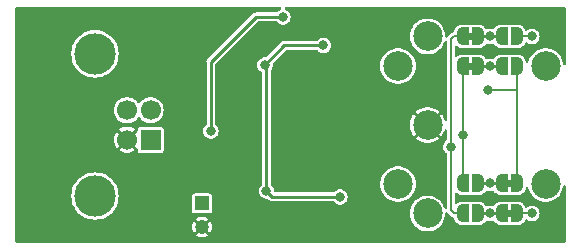
<source format=gbl>
%TF.GenerationSoftware,KiCad,Pcbnew,(7.0.0)*%
%TF.CreationDate,2023-03-18T20:28:04-04:00*%
%TF.ProjectId,nabu-interface,6e616275-2d69-46e7-9465-72666163652e,rev?*%
%TF.SameCoordinates,Original*%
%TF.FileFunction,Copper,L2,Bot*%
%TF.FilePolarity,Positive*%
%FSLAX46Y46*%
G04 Gerber Fmt 4.6, Leading zero omitted, Abs format (unit mm)*
G04 Created by KiCad (PCBNEW (7.0.0)) date 2023-03-18 20:28:04*
%MOMM*%
%LPD*%
G01*
G04 APERTURE LIST*
G04 Aperture macros list*
%AMFreePoly0*
4,1,19,0.500000,-0.750000,0.000000,-0.750000,0.000000,-0.744911,-0.071157,-0.744911,-0.207708,-0.704816,-0.327430,-0.627875,-0.420627,-0.520320,-0.479746,-0.390866,-0.500000,-0.250000,-0.500000,0.250000,-0.479746,0.390866,-0.420627,0.520320,-0.327430,0.627875,-0.207708,0.704816,-0.071157,0.744911,0.000000,0.744911,0.000000,0.750000,0.500000,0.750000,0.500000,-0.750000,0.500000,-0.750000,
$1*%
%AMFreePoly1*
4,1,19,0.000000,0.744911,0.071157,0.744911,0.207708,0.704816,0.327430,0.627875,0.420627,0.520320,0.479746,0.390866,0.500000,0.250000,0.500000,-0.250000,0.479746,-0.390866,0.420627,-0.520320,0.327430,-0.627875,0.207708,-0.704816,0.071157,-0.744911,0.000000,-0.744911,0.000000,-0.750000,-0.500000,-0.750000,-0.500000,0.750000,0.000000,0.750000,0.000000,0.744911,0.000000,0.744911,
$1*%
G04 Aperture macros list end*
%TA.AperFunction,SMDPad,CuDef*%
%ADD10FreePoly0,0.000000*%
%TD*%
%TA.AperFunction,SMDPad,CuDef*%
%ADD11FreePoly1,0.000000*%
%TD*%
%TA.AperFunction,SMDPad,CuDef*%
%ADD12FreePoly1,180.000000*%
%TD*%
%TA.AperFunction,SMDPad,CuDef*%
%ADD13FreePoly0,180.000000*%
%TD*%
%TA.AperFunction,ComponentPad*%
%ADD14C,3.500000*%
%TD*%
%TA.AperFunction,ComponentPad*%
%ADD15C,1.700000*%
%TD*%
%TA.AperFunction,ComponentPad*%
%ADD16R,1.700000X1.700000*%
%TD*%
%TA.AperFunction,ComponentPad*%
%ADD17C,2.499360*%
%TD*%
%TA.AperFunction,WasherPad*%
%ADD18C,2.499360*%
%TD*%
%TA.AperFunction,ComponentPad*%
%ADD19C,1.200000*%
%TD*%
%TA.AperFunction,ComponentPad*%
%ADD20R,1.200000X1.200000*%
%TD*%
%TA.AperFunction,ViaPad*%
%ADD21C,0.800000*%
%TD*%
%TA.AperFunction,Conductor*%
%ADD22C,0.200000*%
%TD*%
%TA.AperFunction,Conductor*%
%ADD23C,0.250000*%
%TD*%
G04 APERTURE END LIST*
%TO.C,JP8*%
G36*
X113407000Y-106853000D02*
G01*
X112907000Y-106853000D01*
X112907000Y-106253000D01*
X113407000Y-106253000D01*
X113407000Y-106853000D01*
G37*
%TO.C,JP7*%
G36*
X113407000Y-109393000D02*
G01*
X112907000Y-109393000D01*
X112907000Y-108793000D01*
X113407000Y-108793000D01*
X113407000Y-109393000D01*
G37*
%TO.C,JP2*%
G36*
X110105000Y-94407000D02*
G01*
X109605000Y-94407000D01*
X109605000Y-93807000D01*
X110105000Y-93807000D01*
X110105000Y-94407000D01*
G37*
%TO.C,JP1*%
G36*
X110105000Y-96947000D02*
G01*
X109605000Y-96947000D01*
X109605000Y-96347000D01*
X110105000Y-96347000D01*
X110105000Y-96947000D01*
G37*
%TD*%
D10*
%TO.P,JP8,1,A*%
%TO.N,Net-(JP6-A)*%
X112507000Y-106553000D03*
D11*
%TO.P,JP8,2,B*%
%TO.N,/RXD+*%
X113807000Y-106553000D03*
%TD*%
D10*
%TO.P,JP7,1,A*%
%TO.N,Net-(JP5-A)*%
X112507000Y-109093000D03*
D11*
%TO.P,JP7,2,B*%
%TO.N,/RXD-*%
X113807000Y-109093000D03*
%TD*%
D12*
%TO.P,JP6,2,B*%
%TO.N,/TXD-*%
X109205000Y-106553000D03*
D13*
%TO.P,JP6,1,A*%
%TO.N,Net-(JP6-A)*%
X110505000Y-106553000D03*
%TD*%
D12*
%TO.P,JP5,2,B*%
%TO.N,/TXD+*%
X109205000Y-109093000D03*
D13*
%TO.P,JP5,1,A*%
%TO.N,Net-(JP5-A)*%
X110505000Y-109093000D03*
%TD*%
D11*
%TO.P,JP4,2,B*%
%TO.N,/RXD-*%
X113807000Y-94107000D03*
D10*
%TO.P,JP4,1,A*%
%TO.N,Net-(JP2-A)*%
X112507000Y-94107000D03*
%TD*%
%TO.P,JP3,1,A*%
%TO.N,Net-(JP1-A)*%
X112507000Y-96647000D03*
D11*
%TO.P,JP3,2,B*%
%TO.N,/RXD+*%
X113807000Y-96647000D03*
%TD*%
D13*
%TO.P,JP2,1,A*%
%TO.N,Net-(JP2-A)*%
X110505000Y-94107000D03*
D12*
%TO.P,JP2,2,B*%
%TO.N,/TXD+*%
X109205000Y-94107000D03*
%TD*%
%TO.P,JP1,2,B*%
%TO.N,/TXD-*%
X109205000Y-96647000D03*
D13*
%TO.P,JP1,1,A*%
%TO.N,Net-(JP1-A)*%
X110505000Y-96647000D03*
%TD*%
D14*
%TO.P,J2,5,Shield*%
%TO.N,Net-(J2-Shield)*%
X78067500Y-95580000D03*
X78067500Y-107620000D03*
D15*
%TO.P,J2,4,GND*%
%TO.N,GND*%
X80777500Y-102850000D03*
%TO.P,J2,3,D+*%
%TO.N,Net-(J2-D+)*%
X80777500Y-100350000D03*
%TO.P,J2,2,D-*%
%TO.N,Net-(J2-D-)*%
X82777500Y-100350000D03*
D16*
%TO.P,J2,1,VBUS*%
%TO.N,+5V*%
X82777499Y-102849999D03*
%TD*%
D17*
%TO.P,J1,3*%
%TO.N,Net-(JP5-A)*%
X106222800Y-109098080D03*
%TO.P,J1,4*%
%TO.N,Net-(JP1-A)*%
X103720900Y-96603820D03*
%TO.P,J1,2*%
%TO.N,GND*%
X106220260Y-101600000D03*
%TO.P,J1,1*%
%TO.N,Net-(JP2-A)*%
X106222800Y-94101920D03*
%TO.P,J1,5*%
%TO.N,Net-(JP6-A)*%
X103720900Y-106596180D03*
D18*
%TO.P,J1,*%
%TO.N,*%
X116217700Y-96598740D03*
X116217700Y-106601260D03*
%TD*%
D19*
%TO.P,C5,2*%
%TO.N,GND*%
X87122000Y-110247401D03*
D20*
%TO.P,C5,1*%
%TO.N,+5V*%
X87121999Y-108247400D03*
%TD*%
D21*
%TO.N,/RXD+*%
X111379000Y-98679000D03*
%TO.N,/TXD+*%
X108204000Y-103440500D03*
%TO.N,/TXD-*%
X109205000Y-102489000D03*
%TO.N,/RXD-*%
X115062000Y-109093000D03*
X115062000Y-94107000D03*
%TO.N,Net-(JP5-A)*%
X111506000Y-109093000D03*
%TO.N,Net-(JP6-A)*%
X111506000Y-106553000D03*
%TO.N,Net-(JP2-A)*%
X111506000Y-94107000D03*
%TO.N,Net-(JP1-A)*%
X111506000Y-96647000D03*
%TO.N,+5V*%
X98806000Y-107696000D03*
%TO.N,Net-(D2-K)*%
X93980000Y-92456000D03*
X87884000Y-102108000D03*
%TO.N,+5V*%
X97409000Y-94869000D03*
X92583000Y-107188000D03*
X92456000Y-96520000D03*
%TD*%
D22*
%TO.N,/TXD-*%
X109205000Y-106553000D02*
X109205000Y-102489000D01*
X109205000Y-102489000D02*
X109205000Y-96647000D01*
%TO.N,/RXD+*%
X111379000Y-98679000D02*
X113807000Y-98679000D01*
X113807000Y-98679000D02*
X113807000Y-96647000D01*
X113807000Y-106553000D02*
X113807000Y-98679000D01*
%TO.N,/RXD-*%
X115062000Y-109093000D02*
X113807000Y-109093000D01*
X113807000Y-94107000D02*
X115062000Y-94107000D01*
%TO.N,/TXD+*%
X108458000Y-94107000D02*
X109205000Y-94107000D01*
X108204000Y-94361000D02*
X108458000Y-94107000D01*
X108458000Y-109093000D02*
X108204000Y-108839000D01*
X108204000Y-108839000D02*
X108204000Y-94361000D01*
X109205000Y-109093000D02*
X108458000Y-109093000D01*
D23*
%TO.N,Net-(JP5-A)*%
X112507000Y-109093000D02*
X110505000Y-109093000D01*
%TO.N,Net-(JP6-A)*%
X112507000Y-106553000D02*
X110505000Y-106553000D01*
%TO.N,Net-(JP2-A)*%
X110505000Y-94107000D02*
X112507000Y-94107000D01*
%TO.N,Net-(JP1-A)*%
X110505000Y-96647000D02*
X112507000Y-96647000D01*
%TO.N,+5V*%
X94107000Y-94869000D02*
X92456000Y-96520000D01*
X97409000Y-94869000D02*
X94107000Y-94869000D01*
X98806000Y-107696000D02*
X93091000Y-107696000D01*
X93091000Y-107696000D02*
X92583000Y-107188000D01*
%TO.N,Net-(D2-K)*%
X91694000Y-92456000D02*
X93980000Y-92456000D01*
X87884000Y-96266000D02*
X91694000Y-92456000D01*
X87884000Y-102108000D02*
X87884000Y-96266000D01*
%TO.N,+5V*%
X92456000Y-96520000D02*
X92583000Y-96647000D01*
X92583000Y-96647000D02*
X92583000Y-107188000D01*
%TD*%
%TA.AperFunction,Conductor*%
%TO.N,GND*%
G36*
X93809360Y-91656690D02*
G01*
X93845870Y-91699963D01*
X93852694Y-91756168D01*
X93827601Y-91806921D01*
X93778799Y-91835623D01*
X93753451Y-91841870D01*
X93753447Y-91841871D01*
X93747635Y-91843304D01*
X93742336Y-91846084D01*
X93742331Y-91846087D01*
X93613063Y-91913933D01*
X93613058Y-91913936D01*
X93607760Y-91916717D01*
X93603279Y-91920686D01*
X93603277Y-91920688D01*
X93493999Y-92017498D01*
X93493993Y-92017504D01*
X93489517Y-92021470D01*
X93486119Y-92026392D01*
X93486110Y-92026403D01*
X93478287Y-92037738D01*
X93442820Y-92069160D01*
X93396812Y-92080500D01*
X91743211Y-92080500D01*
X91722895Y-92078393D01*
X91717757Y-92077315D01*
X91717753Y-92077314D01*
X91709732Y-92075633D01*
X91701596Y-92076647D01*
X91676783Y-92079740D01*
X91671055Y-92080095D01*
X91671061Y-92080162D01*
X91666981Y-92080500D01*
X91662886Y-92080500D01*
X91658847Y-92081173D01*
X91658845Y-92081174D01*
X91641880Y-92084004D01*
X91637840Y-92084592D01*
X91593511Y-92090118D01*
X91593501Y-92090120D01*
X91585374Y-92091134D01*
X91578241Y-92094619D01*
X91578214Y-92094628D01*
X91570390Y-92095935D01*
X91563183Y-92099834D01*
X91563177Y-92099837D01*
X91523925Y-92121078D01*
X91520295Y-92122947D01*
X91480152Y-92142573D01*
X91480146Y-92142576D01*
X91472789Y-92146174D01*
X91467173Y-92151788D01*
X91467154Y-92151802D01*
X91460174Y-92155581D01*
X91454621Y-92161611D01*
X91454618Y-92161615D01*
X91424392Y-92194448D01*
X91421562Y-92197399D01*
X87653271Y-95965689D01*
X87637422Y-95978560D01*
X87633032Y-95981428D01*
X87633029Y-95981429D01*
X87626164Y-95985916D01*
X87621128Y-95992384D01*
X87621119Y-95992394D01*
X87605764Y-96012121D01*
X87601966Y-96016424D01*
X87602017Y-96016467D01*
X87599374Y-96019586D01*
X87596480Y-96022482D01*
X87594103Y-96025809D01*
X87594103Y-96025811D01*
X87584090Y-96039835D01*
X87581646Y-96043112D01*
X87549191Y-96084811D01*
X87546611Y-96092323D01*
X87546604Y-96092337D01*
X87541990Y-96098801D01*
X87539651Y-96106656D01*
X87539650Y-96106659D01*
X87526911Y-96149448D01*
X87525667Y-96153328D01*
X87508500Y-96203340D01*
X87508500Y-96211287D01*
X87508497Y-96211301D01*
X87506232Y-96218912D01*
X87506571Y-96227111D01*
X87506571Y-96227112D01*
X87508415Y-96271702D01*
X87508500Y-96275792D01*
X87508500Y-101527048D01*
X87499778Y-101567679D01*
X87475149Y-101601151D01*
X87397999Y-101669498D01*
X87397993Y-101669504D01*
X87393517Y-101673470D01*
X87390117Y-101678395D01*
X87390115Y-101678398D01*
X87307180Y-101798550D01*
X87307177Y-101798555D01*
X87303780Y-101803477D01*
X87301659Y-101809068D01*
X87301657Y-101809073D01*
X87249886Y-101945583D01*
X87247763Y-101951182D01*
X87247042Y-101957119D01*
X87247040Y-101957128D01*
X87234623Y-102059398D01*
X87228722Y-102108000D01*
X87229444Y-102113946D01*
X87247040Y-102258871D01*
X87247041Y-102258878D01*
X87247763Y-102264818D01*
X87303780Y-102412523D01*
X87393517Y-102542530D01*
X87397997Y-102546499D01*
X87397999Y-102546501D01*
X87444755Y-102587922D01*
X87511760Y-102647283D01*
X87651635Y-102720696D01*
X87805015Y-102758500D01*
X87956997Y-102758500D01*
X87962985Y-102758500D01*
X88116365Y-102720696D01*
X88256240Y-102647283D01*
X88374483Y-102542530D01*
X88464220Y-102412523D01*
X88520237Y-102264818D01*
X88539278Y-102108000D01*
X88524604Y-101987145D01*
X88520959Y-101957128D01*
X88520958Y-101957127D01*
X88520237Y-101951182D01*
X88464220Y-101803477D01*
X88374483Y-101673470D01*
X88370001Y-101669500D01*
X88370000Y-101669498D01*
X88292851Y-101601151D01*
X88268222Y-101567679D01*
X88259500Y-101527048D01*
X88259500Y-96520000D01*
X91800722Y-96520000D01*
X91801444Y-96525946D01*
X91819040Y-96670871D01*
X91819041Y-96670878D01*
X91819763Y-96676818D01*
X91875780Y-96824523D01*
X91879179Y-96829448D01*
X91879180Y-96829449D01*
X91897198Y-96855553D01*
X91965517Y-96954530D01*
X91969997Y-96958499D01*
X91969999Y-96958501D01*
X92016755Y-96999922D01*
X92083760Y-97059283D01*
X92154508Y-97096415D01*
X92193223Y-97132859D01*
X92207500Y-97184075D01*
X92207500Y-106607048D01*
X92198778Y-106647679D01*
X92174149Y-106681151D01*
X92096999Y-106749498D01*
X92096993Y-106749504D01*
X92092517Y-106753470D01*
X92089117Y-106758395D01*
X92089115Y-106758398D01*
X92006180Y-106878550D01*
X92006177Y-106878555D01*
X92002780Y-106883477D01*
X92000659Y-106889068D01*
X92000657Y-106889073D01*
X91948886Y-107025583D01*
X91946763Y-107031182D01*
X91946042Y-107037119D01*
X91946040Y-107037128D01*
X91935767Y-107121742D01*
X91927722Y-107188000D01*
X91928444Y-107193945D01*
X91928444Y-107193946D01*
X91946040Y-107338871D01*
X91946041Y-107338878D01*
X91946763Y-107344818D01*
X91948885Y-107350415D01*
X91948886Y-107350416D01*
X91997584Y-107478824D01*
X92002780Y-107492523D01*
X92006179Y-107497448D01*
X92006180Y-107497449D01*
X92024352Y-107523775D01*
X92092517Y-107622530D01*
X92210760Y-107727283D01*
X92350635Y-107800696D01*
X92504015Y-107838500D01*
X92510003Y-107838500D01*
X92661455Y-107838500D01*
X92699341Y-107846036D01*
X92731459Y-107867496D01*
X92790687Y-107926724D01*
X92803562Y-107942580D01*
X92810916Y-107953836D01*
X92817388Y-107958873D01*
X92837112Y-107974225D01*
X92841414Y-107978024D01*
X92841457Y-107977974D01*
X92844592Y-107980629D01*
X92847482Y-107983519D01*
X92850810Y-107985895D01*
X92864802Y-107995885D01*
X92868082Y-107998331D01*
X92903334Y-108025768D01*
X92909811Y-108030809D01*
X92917331Y-108033390D01*
X92923801Y-108038010D01*
X92974443Y-108053086D01*
X92978322Y-108054329D01*
X93028340Y-108071500D01*
X93036292Y-108071500D01*
X93036294Y-108071500D01*
X93043911Y-108073768D01*
X93093932Y-108071699D01*
X93096701Y-108071585D01*
X93100791Y-108071500D01*
X98222812Y-108071500D01*
X98268820Y-108082840D01*
X98304287Y-108114262D01*
X98312110Y-108125596D01*
X98312116Y-108125602D01*
X98315517Y-108130530D01*
X98433760Y-108235283D01*
X98573635Y-108308696D01*
X98727015Y-108346500D01*
X98878997Y-108346500D01*
X98884985Y-108346500D01*
X99038365Y-108308696D01*
X99178240Y-108235283D01*
X99296483Y-108130530D01*
X99386220Y-108000523D01*
X99442237Y-107852818D01*
X99461278Y-107696000D01*
X99442237Y-107539182D01*
X99386220Y-107391477D01*
X99296483Y-107261470D01*
X99292001Y-107257500D01*
X99292000Y-107257498D01*
X99218912Y-107192749D01*
X99178240Y-107156717D01*
X99058337Y-107093786D01*
X99043668Y-107086087D01*
X99043666Y-107086086D01*
X99038365Y-107083304D01*
X99032550Y-107081870D01*
X99032548Y-107081870D01*
X98890800Y-107046933D01*
X98890798Y-107046932D01*
X98884985Y-107045500D01*
X98727015Y-107045500D01*
X98721202Y-107046932D01*
X98721199Y-107046933D01*
X98579451Y-107081870D01*
X98579447Y-107081871D01*
X98573635Y-107083304D01*
X98568336Y-107086084D01*
X98568331Y-107086087D01*
X98439063Y-107153933D01*
X98439058Y-107153936D01*
X98433760Y-107156717D01*
X98429279Y-107160686D01*
X98429277Y-107160688D01*
X98319999Y-107257498D01*
X98319993Y-107257504D01*
X98315517Y-107261470D01*
X98312119Y-107266392D01*
X98312110Y-107266403D01*
X98304287Y-107277738D01*
X98268820Y-107309160D01*
X98222812Y-107320500D01*
X93333937Y-107320500D01*
X93281025Y-107305174D01*
X93244495Y-107263940D01*
X93235659Y-107209566D01*
X93236597Y-107201847D01*
X93238278Y-107188000D01*
X93219237Y-107031182D01*
X93163220Y-106883477D01*
X93073483Y-106753470D01*
X93069001Y-106749500D01*
X93069000Y-106749498D01*
X92991851Y-106681151D01*
X92967222Y-106647679D01*
X92958500Y-106607048D01*
X92958500Y-106596180D01*
X102215579Y-106596180D01*
X102236110Y-106843948D01*
X102237113Y-106847912D01*
X102237114Y-106847913D01*
X102266625Y-106964452D01*
X102297141Y-107084957D01*
X102298783Y-107088701D01*
X102298785Y-107088706D01*
X102393738Y-107305174D01*
X102397010Y-107312634D01*
X102532990Y-107520767D01*
X102535758Y-107523774D01*
X102535759Y-107523775D01*
X102641046Y-107638148D01*
X102701374Y-107703681D01*
X102897567Y-107856384D01*
X102901165Y-107858331D01*
X102901168Y-107858333D01*
X102902303Y-107858947D01*
X103116219Y-107974713D01*
X103351366Y-108055439D01*
X103596592Y-108096360D01*
X103841114Y-108096360D01*
X103845208Y-108096360D01*
X104090434Y-108055439D01*
X104325581Y-107974713D01*
X104544233Y-107856384D01*
X104740426Y-107703681D01*
X104908810Y-107520767D01*
X105044790Y-107312634D01*
X105144659Y-107084957D01*
X105205690Y-106843948D01*
X105226221Y-106596180D01*
X105205690Y-106348412D01*
X105144659Y-106107403D01*
X105044790Y-105879726D01*
X104908810Y-105671593D01*
X104826871Y-105582583D01*
X104743200Y-105491692D01*
X104743197Y-105491689D01*
X104740426Y-105488679D01*
X104544233Y-105335976D01*
X104540637Y-105334030D01*
X104540631Y-105334026D01*
X104329181Y-105219595D01*
X104329178Y-105219594D01*
X104325581Y-105217647D01*
X104321707Y-105216317D01*
X104094301Y-105138248D01*
X104094294Y-105138246D01*
X104090434Y-105136921D01*
X104086404Y-105136248D01*
X104086402Y-105136248D01*
X103849244Y-105096673D01*
X103849238Y-105096672D01*
X103845208Y-105096000D01*
X103596592Y-105096000D01*
X103592562Y-105096672D01*
X103592555Y-105096673D01*
X103355397Y-105136248D01*
X103355393Y-105136249D01*
X103351366Y-105136921D01*
X103347507Y-105138245D01*
X103347498Y-105138248D01*
X103120092Y-105216317D01*
X103120087Y-105216318D01*
X103116219Y-105217647D01*
X103112625Y-105219591D01*
X103112618Y-105219595D01*
X102901168Y-105334026D01*
X102901157Y-105334033D01*
X102897567Y-105335976D01*
X102894336Y-105338490D01*
X102894334Y-105338492D01*
X102704608Y-105486161D01*
X102704601Y-105486166D01*
X102701374Y-105488679D01*
X102698607Y-105491683D01*
X102698599Y-105491692D01*
X102535759Y-105668584D01*
X102535753Y-105668590D01*
X102532990Y-105671593D01*
X102530755Y-105675013D01*
X102530751Y-105675019D01*
X102406229Y-105865615D01*
X102397010Y-105879726D01*
X102395367Y-105883470D01*
X102395364Y-105883477D01*
X102298785Y-106103653D01*
X102298781Y-106103662D01*
X102297141Y-106107403D01*
X102296137Y-106111364D01*
X102296137Y-106111367D01*
X102245981Y-106309433D01*
X102236110Y-106348412D01*
X102215579Y-106596180D01*
X92958500Y-106596180D01*
X92958500Y-102745722D01*
X105255660Y-102745722D01*
X105262133Y-102754656D01*
X105393968Y-102857269D01*
X105400802Y-102861734D01*
X105612180Y-102976125D01*
X105619654Y-102979403D01*
X105846981Y-103057445D01*
X105854880Y-103059445D01*
X106091956Y-103099006D01*
X106100087Y-103099680D01*
X106340433Y-103099680D01*
X106348563Y-103099006D01*
X106585639Y-103059445D01*
X106593538Y-103057445D01*
X106820865Y-102979403D01*
X106828339Y-102976125D01*
X107039718Y-102861733D01*
X107046547Y-102857271D01*
X107178386Y-102754656D01*
X107184858Y-102745722D01*
X107179543Y-102736060D01*
X106229474Y-101785991D01*
X106220260Y-101780671D01*
X106211045Y-101785991D01*
X105260975Y-102736060D01*
X105255660Y-102745722D01*
X92958500Y-102745722D01*
X92958500Y-101604079D01*
X104715778Y-101604079D01*
X104735626Y-101843606D01*
X104736968Y-101851650D01*
X104795971Y-102084652D01*
X104798616Y-102092355D01*
X104895164Y-102312464D01*
X104899052Y-102319647D01*
X105030506Y-102520852D01*
X105035515Y-102527288D01*
X105065123Y-102559451D01*
X105074271Y-102565161D01*
X105083647Y-102559834D01*
X106034268Y-101609214D01*
X106039588Y-101599999D01*
X106034268Y-101590785D01*
X105083647Y-100640164D01*
X105074271Y-100634837D01*
X105065122Y-100640548D01*
X105035516Y-100672710D01*
X105030506Y-100679148D01*
X104899052Y-100880352D01*
X104895164Y-100887535D01*
X104798616Y-101107644D01*
X104795971Y-101115347D01*
X104736968Y-101348349D01*
X104735626Y-101356393D01*
X104715778Y-101595921D01*
X104715778Y-101604079D01*
X92958500Y-101604079D01*
X92958500Y-100454276D01*
X105255660Y-100454276D01*
X105260976Y-100463939D01*
X106211045Y-101414008D01*
X106220260Y-101419328D01*
X106229474Y-101414008D01*
X107179542Y-100463939D01*
X107184858Y-100454276D01*
X107178385Y-100445342D01*
X107046551Y-100342730D01*
X107039717Y-100338265D01*
X106828339Y-100223874D01*
X106820865Y-100220596D01*
X106593538Y-100142554D01*
X106585639Y-100140554D01*
X106348563Y-100100993D01*
X106340433Y-100100320D01*
X106100087Y-100100320D01*
X106091956Y-100100993D01*
X105854880Y-100140554D01*
X105846981Y-100142554D01*
X105619654Y-100220596D01*
X105612180Y-100223874D01*
X105400802Y-100338265D01*
X105393968Y-100342731D01*
X105262132Y-100445342D01*
X105255660Y-100454276D01*
X92958500Y-100454276D01*
X92958500Y-96967969D01*
X92976023Y-96911732D01*
X93036220Y-96824523D01*
X93092237Y-96676818D01*
X93101100Y-96603820D01*
X102215579Y-96603820D01*
X102236110Y-96851588D01*
X102297141Y-97092597D01*
X102298783Y-97096341D01*
X102298785Y-97096346D01*
X102395364Y-97316522D01*
X102397010Y-97320274D01*
X102532990Y-97528407D01*
X102535758Y-97531414D01*
X102535759Y-97531415D01*
X102696697Y-97706241D01*
X102701374Y-97711321D01*
X102897567Y-97864024D01*
X103116219Y-97982353D01*
X103351366Y-98063079D01*
X103596592Y-98104000D01*
X103841114Y-98104000D01*
X103845208Y-98104000D01*
X104090434Y-98063079D01*
X104325581Y-97982353D01*
X104544233Y-97864024D01*
X104740426Y-97711321D01*
X104908810Y-97528407D01*
X105044790Y-97320274D01*
X105144659Y-97092597D01*
X105205690Y-96851588D01*
X105226221Y-96603820D01*
X105205690Y-96356052D01*
X105144659Y-96115043D01*
X105044790Y-95887366D01*
X104908810Y-95679233D01*
X104814217Y-95576477D01*
X104743200Y-95499332D01*
X104743197Y-95499329D01*
X104740426Y-95496319D01*
X104723479Y-95483129D01*
X104564778Y-95359607D01*
X104544233Y-95343616D01*
X104540637Y-95341670D01*
X104540631Y-95341666D01*
X104329181Y-95227235D01*
X104329178Y-95227234D01*
X104325581Y-95225287D01*
X104316458Y-95222155D01*
X104094301Y-95145888D01*
X104094294Y-95145886D01*
X104090434Y-95144561D01*
X104086404Y-95143888D01*
X104086402Y-95143888D01*
X103849244Y-95104313D01*
X103849238Y-95104312D01*
X103845208Y-95103640D01*
X103596592Y-95103640D01*
X103592562Y-95104312D01*
X103592555Y-95104313D01*
X103355397Y-95143888D01*
X103355393Y-95143889D01*
X103351366Y-95144561D01*
X103347507Y-95145885D01*
X103347498Y-95145888D01*
X103120092Y-95223957D01*
X103120087Y-95223958D01*
X103116219Y-95225287D01*
X103112625Y-95227231D01*
X103112618Y-95227235D01*
X102901168Y-95341666D01*
X102901157Y-95341673D01*
X102897567Y-95343616D01*
X102894336Y-95346130D01*
X102894334Y-95346132D01*
X102704608Y-95493801D01*
X102704601Y-95493806D01*
X102701374Y-95496319D01*
X102698607Y-95499323D01*
X102698599Y-95499332D01*
X102535759Y-95676224D01*
X102535753Y-95676230D01*
X102532990Y-95679233D01*
X102530755Y-95682653D01*
X102530751Y-95682659D01*
X102409094Y-95868870D01*
X102397010Y-95887366D01*
X102395367Y-95891110D01*
X102395364Y-95891117D01*
X102298785Y-96111293D01*
X102298781Y-96111302D01*
X102297141Y-96115043D01*
X102296137Y-96119004D01*
X102296137Y-96119007D01*
X102238401Y-96347006D01*
X102236110Y-96356052D01*
X102215579Y-96603820D01*
X93101100Y-96603820D01*
X93111278Y-96520000D01*
X93103635Y-96457061D01*
X93108328Y-96412837D01*
X93131907Y-96375128D01*
X94233540Y-95273496D01*
X94265659Y-95252036D01*
X94303545Y-95244500D01*
X96825812Y-95244500D01*
X96871820Y-95255840D01*
X96907287Y-95287262D01*
X96915110Y-95298596D01*
X96915116Y-95298602D01*
X96918517Y-95303530D01*
X97036760Y-95408283D01*
X97176635Y-95481696D01*
X97330015Y-95519500D01*
X97481997Y-95519500D01*
X97487985Y-95519500D01*
X97641365Y-95481696D01*
X97781240Y-95408283D01*
X97899483Y-95303530D01*
X97989220Y-95173523D01*
X98045237Y-95025818D01*
X98064278Y-94869000D01*
X98046762Y-94724741D01*
X98045959Y-94718128D01*
X98045958Y-94718127D01*
X98045237Y-94712182D01*
X97989220Y-94564477D01*
X97899483Y-94434470D01*
X97895001Y-94430500D01*
X97895000Y-94430498D01*
X97803783Y-94349688D01*
X97781240Y-94329717D01*
X97655682Y-94263818D01*
X97646668Y-94259087D01*
X97646666Y-94259086D01*
X97641365Y-94256304D01*
X97635550Y-94254870D01*
X97635548Y-94254870D01*
X97493800Y-94219933D01*
X97493798Y-94219932D01*
X97487985Y-94218500D01*
X97330015Y-94218500D01*
X97324202Y-94219932D01*
X97324199Y-94219933D01*
X97182451Y-94254870D01*
X97182447Y-94254871D01*
X97176635Y-94256304D01*
X97171336Y-94259084D01*
X97171331Y-94259087D01*
X97042063Y-94326933D01*
X97042058Y-94326936D01*
X97036760Y-94329717D01*
X97032279Y-94333686D01*
X97032277Y-94333688D01*
X96922999Y-94430498D01*
X96922993Y-94430504D01*
X96918517Y-94434470D01*
X96915119Y-94439392D01*
X96915110Y-94439403D01*
X96907287Y-94450738D01*
X96871820Y-94482160D01*
X96825812Y-94493500D01*
X94156211Y-94493500D01*
X94135895Y-94491393D01*
X94130757Y-94490315D01*
X94130753Y-94490314D01*
X94122732Y-94488633D01*
X94114596Y-94489647D01*
X94089783Y-94492740D01*
X94084056Y-94493095D01*
X94084062Y-94493162D01*
X94079980Y-94493500D01*
X94075886Y-94493500D01*
X94071853Y-94494172D01*
X94071851Y-94494173D01*
X94067551Y-94494890D01*
X94054868Y-94497006D01*
X94050850Y-94497591D01*
X94006510Y-94503118D01*
X94006499Y-94503121D01*
X93998375Y-94504134D01*
X93991239Y-94507621D01*
X93991219Y-94507627D01*
X93983390Y-94508935D01*
X93976179Y-94512837D01*
X93976177Y-94512838D01*
X93936913Y-94534086D01*
X93933279Y-94535957D01*
X93885789Y-94559174D01*
X93880172Y-94564789D01*
X93880156Y-94564801D01*
X93873174Y-94568581D01*
X93867620Y-94574613D01*
X93867621Y-94574613D01*
X93837394Y-94607447D01*
X93834563Y-94610398D01*
X92604457Y-95840504D01*
X92572339Y-95861964D01*
X92534453Y-95869500D01*
X92377015Y-95869500D01*
X92371202Y-95870932D01*
X92371199Y-95870933D01*
X92229451Y-95905870D01*
X92229447Y-95905871D01*
X92223635Y-95907304D01*
X92218336Y-95910084D01*
X92218331Y-95910087D01*
X92089063Y-95977933D01*
X92089058Y-95977936D01*
X92083760Y-95980717D01*
X92079279Y-95984686D01*
X92079277Y-95984688D01*
X91969999Y-96081498D01*
X91969993Y-96081504D01*
X91965517Y-96085470D01*
X91962117Y-96090395D01*
X91962115Y-96090398D01*
X91879180Y-96210550D01*
X91879177Y-96210555D01*
X91875780Y-96215477D01*
X91873659Y-96221068D01*
X91873657Y-96221073D01*
X91823971Y-96352086D01*
X91819763Y-96363182D01*
X91819042Y-96369119D01*
X91819040Y-96369128D01*
X91801952Y-96509865D01*
X91800722Y-96520000D01*
X88259500Y-96520000D01*
X88259500Y-96462545D01*
X88267036Y-96424659D01*
X88288496Y-96392541D01*
X91820541Y-92860496D01*
X91852659Y-92839036D01*
X91890545Y-92831500D01*
X93396812Y-92831500D01*
X93442820Y-92842840D01*
X93478287Y-92874262D01*
X93486110Y-92885596D01*
X93486116Y-92885602D01*
X93489517Y-92890530D01*
X93607760Y-92995283D01*
X93747635Y-93068696D01*
X93901015Y-93106500D01*
X94052997Y-93106500D01*
X94058985Y-93106500D01*
X94212365Y-93068696D01*
X94352240Y-92995283D01*
X94470483Y-92890530D01*
X94560220Y-92760523D01*
X94616237Y-92612818D01*
X94635278Y-92456000D01*
X94616237Y-92299182D01*
X94560220Y-92151477D01*
X94470483Y-92021470D01*
X94466001Y-92017500D01*
X94466000Y-92017498D01*
X94356722Y-91920688D01*
X94352240Y-91916717D01*
X94346936Y-91913933D01*
X94217668Y-91846087D01*
X94217666Y-91846086D01*
X94212365Y-91843304D01*
X94206550Y-91841870D01*
X94206548Y-91841870D01*
X94181201Y-91835623D01*
X94132399Y-91806921D01*
X94107306Y-91756168D01*
X94114130Y-91699963D01*
X94150640Y-91656690D01*
X94204893Y-91640500D01*
X117810500Y-91640500D01*
X117860000Y-91653763D01*
X117896237Y-91690000D01*
X117909500Y-91739500D01*
X117909500Y-96455609D01*
X117891544Y-96512468D01*
X117844189Y-96548701D01*
X117784614Y-96551165D01*
X117734428Y-96518966D01*
X117711838Y-96463784D01*
X117708337Y-96421537D01*
X117702490Y-96350972D01*
X117641459Y-96109963D01*
X117541590Y-95882286D01*
X117405610Y-95674153D01*
X117376507Y-95642539D01*
X117240000Y-95494252D01*
X117239997Y-95494249D01*
X117237226Y-95491239D01*
X117041033Y-95338536D01*
X117037437Y-95336590D01*
X117037431Y-95336586D01*
X116825981Y-95222155D01*
X116825978Y-95222154D01*
X116822381Y-95220207D01*
X116798294Y-95211938D01*
X116591101Y-95140808D01*
X116591094Y-95140806D01*
X116587234Y-95139481D01*
X116583204Y-95138808D01*
X116583202Y-95138808D01*
X116346044Y-95099233D01*
X116346038Y-95099232D01*
X116342008Y-95098560D01*
X116093392Y-95098560D01*
X116089362Y-95099232D01*
X116089355Y-95099233D01*
X115852197Y-95138808D01*
X115852193Y-95138809D01*
X115848166Y-95139481D01*
X115844307Y-95140805D01*
X115844298Y-95140808D01*
X115616892Y-95218877D01*
X115616887Y-95218878D01*
X115613019Y-95220207D01*
X115609425Y-95222151D01*
X115609418Y-95222155D01*
X115397968Y-95336586D01*
X115397957Y-95336593D01*
X115394367Y-95338536D01*
X115391136Y-95341050D01*
X115391134Y-95341052D01*
X115201408Y-95488721D01*
X115201401Y-95488726D01*
X115198174Y-95491239D01*
X115195407Y-95494243D01*
X115195399Y-95494252D01*
X115032559Y-95671144D01*
X115032553Y-95671150D01*
X115029790Y-95674153D01*
X115027555Y-95677573D01*
X115027551Y-95677579D01*
X114901227Y-95870933D01*
X114893810Y-95882286D01*
X114892167Y-95886030D01*
X114892164Y-95886037D01*
X114795585Y-96106213D01*
X114795581Y-96106222D01*
X114793941Y-96109963D01*
X114792940Y-96113913D01*
X114792936Y-96113927D01*
X114747671Y-96292679D01*
X114720803Y-96339268D01*
X114673543Y-96364936D01*
X114619836Y-96362108D01*
X114575533Y-96331618D01*
X114553708Y-96282465D01*
X114544991Y-96221836D01*
X114544488Y-96218336D01*
X114524007Y-96148584D01*
X114491889Y-96078257D01*
X114465750Y-96021020D01*
X114465749Y-96021019D01*
X114464279Y-96017799D01*
X114424978Y-95956645D01*
X114350709Y-95870933D01*
X114333136Y-95850652D01*
X114333134Y-95850650D01*
X114330824Y-95847984D01*
X114293670Y-95815790D01*
X114278557Y-95802694D01*
X114278550Y-95802689D01*
X114275881Y-95800376D01*
X114272906Y-95798464D01*
X114272902Y-95798461D01*
X114157904Y-95724557D01*
X114157902Y-95724555D01*
X114154927Y-95722644D01*
X114151714Y-95721176D01*
X114151711Y-95721175D01*
X114092011Y-95693911D01*
X114092006Y-95693909D01*
X114088800Y-95692445D01*
X114085417Y-95691451D01*
X114085410Y-95691449D01*
X113954237Y-95652934D01*
X113950845Y-95651938D01*
X113947349Y-95651435D01*
X113947343Y-95651434D01*
X113882396Y-95642096D01*
X113882392Y-95642095D01*
X113878889Y-95641592D01*
X113307000Y-95641592D01*
X113302242Y-95642538D01*
X113302236Y-95642539D01*
X113218822Y-95659131D01*
X113218817Y-95659132D01*
X113209260Y-95661034D01*
X113201153Y-95666450D01*
X113194886Y-95669047D01*
X113157000Y-95676583D01*
X113119114Y-95669047D01*
X113112847Y-95666451D01*
X113104740Y-95661034D01*
X113095180Y-95659132D01*
X113095177Y-95659131D01*
X113011763Y-95642539D01*
X113011758Y-95642538D01*
X113007000Y-95641592D01*
X112435111Y-95641592D01*
X112431608Y-95642095D01*
X112431603Y-95642096D01*
X112366656Y-95651434D01*
X112366647Y-95651435D01*
X112363155Y-95651938D01*
X112359765Y-95652933D01*
X112359762Y-95652934D01*
X112228589Y-95691449D01*
X112228577Y-95691453D01*
X112225200Y-95692445D01*
X112221998Y-95693907D01*
X112221988Y-95693911D01*
X112162288Y-95721175D01*
X112162279Y-95721179D01*
X112159073Y-95722644D01*
X112156103Y-95724552D01*
X112156095Y-95724557D01*
X112041097Y-95798461D01*
X112041085Y-95798469D01*
X112038119Y-95800376D01*
X112035455Y-95802683D01*
X112035442Y-95802694D01*
X111985848Y-95845668D01*
X111985842Y-95845673D01*
X111983176Y-95847984D01*
X111980871Y-95850643D01*
X111980863Y-95850652D01*
X111891335Y-95953975D01*
X111891331Y-95953979D01*
X111889022Y-95956645D01*
X111887116Y-95959611D01*
X111887113Y-95959615D01*
X111862346Y-95998154D01*
X111830433Y-96029259D01*
X111788112Y-96043215D01*
X111743957Y-96037197D01*
X111743669Y-96037087D01*
X111738365Y-96034304D01*
X111732550Y-96032870D01*
X111732548Y-96032870D01*
X111590800Y-95997933D01*
X111590798Y-95997932D01*
X111584985Y-95996500D01*
X111427015Y-95996500D01*
X111421202Y-95997932D01*
X111421199Y-95997933D01*
X111279452Y-96032870D01*
X111279449Y-96032870D01*
X111273635Y-96034304D01*
X111268331Y-96037087D01*
X111268040Y-96037198D01*
X111223885Y-96043215D01*
X111181564Y-96029258D01*
X111149655Y-95998156D01*
X111122978Y-95956645D01*
X111048709Y-95870933D01*
X111031136Y-95850652D01*
X111031134Y-95850650D01*
X111028824Y-95847984D01*
X110991670Y-95815790D01*
X110976557Y-95802694D01*
X110976550Y-95802689D01*
X110973881Y-95800376D01*
X110970906Y-95798464D01*
X110970902Y-95798461D01*
X110855904Y-95724557D01*
X110855902Y-95724555D01*
X110852927Y-95722644D01*
X110849714Y-95721176D01*
X110849711Y-95721175D01*
X110790011Y-95693911D01*
X110790006Y-95693909D01*
X110786800Y-95692445D01*
X110783417Y-95691451D01*
X110783410Y-95691449D01*
X110652237Y-95652934D01*
X110648845Y-95651938D01*
X110645349Y-95651435D01*
X110645343Y-95651434D01*
X110580396Y-95642096D01*
X110580392Y-95642095D01*
X110576889Y-95641592D01*
X110005000Y-95641592D01*
X110000242Y-95642538D01*
X110000236Y-95642539D01*
X109916822Y-95659131D01*
X109916817Y-95659132D01*
X109907260Y-95661034D01*
X109899153Y-95666450D01*
X109892886Y-95669047D01*
X109855000Y-95676583D01*
X109817114Y-95669047D01*
X109810847Y-95666451D01*
X109802740Y-95661034D01*
X109793180Y-95659132D01*
X109793177Y-95659131D01*
X109709763Y-95642539D01*
X109709758Y-95642538D01*
X109705000Y-95641592D01*
X109133111Y-95641592D01*
X109129608Y-95642095D01*
X109129603Y-95642096D01*
X109064656Y-95651434D01*
X109064647Y-95651435D01*
X109061155Y-95651938D01*
X109057765Y-95652933D01*
X109057762Y-95652934D01*
X108926589Y-95691449D01*
X108926577Y-95691453D01*
X108923200Y-95692445D01*
X108919998Y-95693907D01*
X108919988Y-95693911D01*
X108860288Y-95721175D01*
X108860279Y-95721179D01*
X108857073Y-95722644D01*
X108854103Y-95724552D01*
X108854095Y-95724557D01*
X108739097Y-95798461D01*
X108739086Y-95798469D01*
X108736119Y-95800376D01*
X108733449Y-95802689D01*
X108733443Y-95802694D01*
X108718330Y-95815790D01*
X108667588Y-95838962D01*
X108612373Y-95831023D01*
X108570216Y-95794493D01*
X108554500Y-95740970D01*
X108554500Y-95013030D01*
X108570216Y-94959507D01*
X108612373Y-94922977D01*
X108667588Y-94915038D01*
X108718330Y-94938210D01*
X108736119Y-94953624D01*
X108857073Y-95031356D01*
X108923200Y-95061555D01*
X109061155Y-95102062D01*
X109133111Y-95112408D01*
X109700142Y-95112408D01*
X109705000Y-95112408D01*
X109802740Y-95092966D01*
X109810847Y-95087548D01*
X109817114Y-95084953D01*
X109855000Y-95077417D01*
X109892886Y-95084953D01*
X109899152Y-95087548D01*
X109907260Y-95092966D01*
X110005000Y-95112408D01*
X110573347Y-95112408D01*
X110576889Y-95112408D01*
X110648845Y-95102062D01*
X110786800Y-95061555D01*
X110852927Y-95031356D01*
X110973881Y-94953624D01*
X111028824Y-94906016D01*
X111122978Y-94797355D01*
X111149655Y-94755843D01*
X111181565Y-94724741D01*
X111223888Y-94710783D01*
X111268045Y-94716803D01*
X111268325Y-94716909D01*
X111273635Y-94719696D01*
X111427015Y-94757500D01*
X111578997Y-94757500D01*
X111584985Y-94757500D01*
X111738365Y-94719696D01*
X111743668Y-94716912D01*
X111743957Y-94716803D01*
X111788112Y-94710785D01*
X111830433Y-94724741D01*
X111862345Y-94755845D01*
X111889022Y-94797355D01*
X111983176Y-94906016D01*
X111985848Y-94908331D01*
X112035442Y-94951305D01*
X112035447Y-94951308D01*
X112038119Y-94953624D01*
X112159073Y-95031356D01*
X112225200Y-95061555D01*
X112363155Y-95102062D01*
X112435111Y-95112408D01*
X113002142Y-95112408D01*
X113007000Y-95112408D01*
X113104740Y-95092966D01*
X113112847Y-95087548D01*
X113119114Y-95084953D01*
X113157000Y-95077417D01*
X113194886Y-95084953D01*
X113201152Y-95087548D01*
X113209260Y-95092966D01*
X113307000Y-95112408D01*
X113875347Y-95112408D01*
X113878889Y-95112408D01*
X113950845Y-95102062D01*
X114088800Y-95061555D01*
X114154927Y-95031356D01*
X114275881Y-94953624D01*
X114330824Y-94906016D01*
X114424978Y-94797355D01*
X114464279Y-94736201D01*
X114502893Y-94651646D01*
X114543759Y-94606859D01*
X114603076Y-94594296D01*
X114658593Y-94618673D01*
X114685272Y-94642308D01*
X114685276Y-94642311D01*
X114689760Y-94646283D01*
X114829635Y-94719696D01*
X114983015Y-94757500D01*
X115134997Y-94757500D01*
X115140985Y-94757500D01*
X115294365Y-94719696D01*
X115434240Y-94646283D01*
X115552483Y-94541530D01*
X115642220Y-94411523D01*
X115698237Y-94263818D01*
X115717278Y-94107000D01*
X115698237Y-93950182D01*
X115642220Y-93802477D01*
X115552483Y-93672470D01*
X115548001Y-93668500D01*
X115548000Y-93668498D01*
X115476726Y-93605356D01*
X115434240Y-93567717D01*
X115428936Y-93564933D01*
X115299668Y-93497087D01*
X115299666Y-93497086D01*
X115294365Y-93494304D01*
X115288550Y-93492870D01*
X115288548Y-93492870D01*
X115146800Y-93457933D01*
X115146798Y-93457932D01*
X115140985Y-93456500D01*
X114983015Y-93456500D01*
X114977202Y-93457932D01*
X114977199Y-93457933D01*
X114835451Y-93492870D01*
X114835447Y-93492871D01*
X114829635Y-93494304D01*
X114824336Y-93497084D01*
X114824331Y-93497087D01*
X114695063Y-93564933D01*
X114695058Y-93564936D01*
X114689760Y-93567717D01*
X114685279Y-93571686D01*
X114685277Y-93571688D01*
X114658592Y-93595328D01*
X114603075Y-93619703D01*
X114543759Y-93607140D01*
X114502892Y-93562349D01*
X114465750Y-93481020D01*
X114465749Y-93481019D01*
X114464279Y-93477799D01*
X114424978Y-93416645D01*
X114330824Y-93307984D01*
X114319911Y-93298528D01*
X114278557Y-93262694D01*
X114278550Y-93262689D01*
X114275881Y-93260376D01*
X114272906Y-93258464D01*
X114272902Y-93258461D01*
X114157904Y-93184557D01*
X114157902Y-93184555D01*
X114154927Y-93182644D01*
X114151714Y-93181176D01*
X114151711Y-93181175D01*
X114092011Y-93153911D01*
X114092006Y-93153909D01*
X114088800Y-93152445D01*
X114085417Y-93151451D01*
X114085410Y-93151449D01*
X113954237Y-93112934D01*
X113950845Y-93111938D01*
X113947349Y-93111435D01*
X113947343Y-93111434D01*
X113882396Y-93102096D01*
X113882392Y-93102095D01*
X113878889Y-93101592D01*
X113307000Y-93101592D01*
X113302242Y-93102538D01*
X113302236Y-93102539D01*
X113218822Y-93119131D01*
X113218817Y-93119132D01*
X113209260Y-93121034D01*
X113201153Y-93126450D01*
X113194886Y-93129047D01*
X113157000Y-93136583D01*
X113119114Y-93129047D01*
X113112847Y-93126451D01*
X113104740Y-93121034D01*
X113095180Y-93119132D01*
X113095177Y-93119131D01*
X113011763Y-93102539D01*
X113011758Y-93102538D01*
X113007000Y-93101592D01*
X112435111Y-93101592D01*
X112431608Y-93102095D01*
X112431603Y-93102096D01*
X112366656Y-93111434D01*
X112366647Y-93111435D01*
X112363155Y-93111938D01*
X112359765Y-93112933D01*
X112359762Y-93112934D01*
X112228589Y-93151449D01*
X112228577Y-93151453D01*
X112225200Y-93152445D01*
X112221998Y-93153907D01*
X112221988Y-93153911D01*
X112162288Y-93181175D01*
X112162279Y-93181179D01*
X112159073Y-93182644D01*
X112156103Y-93184552D01*
X112156095Y-93184557D01*
X112041097Y-93258461D01*
X112041085Y-93258469D01*
X112038119Y-93260376D01*
X112035455Y-93262683D01*
X112035442Y-93262694D01*
X111985848Y-93305668D01*
X111985842Y-93305673D01*
X111983176Y-93307984D01*
X111980871Y-93310643D01*
X111980863Y-93310652D01*
X111891335Y-93413975D01*
X111891331Y-93413979D01*
X111889022Y-93416645D01*
X111887116Y-93419611D01*
X111887113Y-93419615D01*
X111862346Y-93458154D01*
X111830433Y-93489259D01*
X111788112Y-93503215D01*
X111743957Y-93497197D01*
X111743669Y-93497087D01*
X111738365Y-93494304D01*
X111732550Y-93492870D01*
X111732548Y-93492870D01*
X111590800Y-93457933D01*
X111590798Y-93457932D01*
X111584985Y-93456500D01*
X111427015Y-93456500D01*
X111421202Y-93457932D01*
X111421199Y-93457933D01*
X111279452Y-93492870D01*
X111279449Y-93492870D01*
X111273635Y-93494304D01*
X111268331Y-93497087D01*
X111268040Y-93497198D01*
X111223885Y-93503215D01*
X111181564Y-93489258D01*
X111149655Y-93458156D01*
X111122978Y-93416645D01*
X111028824Y-93307984D01*
X111017911Y-93298528D01*
X110976557Y-93262694D01*
X110976550Y-93262689D01*
X110973881Y-93260376D01*
X110970906Y-93258464D01*
X110970902Y-93258461D01*
X110855904Y-93184557D01*
X110855902Y-93184555D01*
X110852927Y-93182644D01*
X110849714Y-93181176D01*
X110849711Y-93181175D01*
X110790011Y-93153911D01*
X110790006Y-93153909D01*
X110786800Y-93152445D01*
X110783417Y-93151451D01*
X110783410Y-93151449D01*
X110652237Y-93112934D01*
X110648845Y-93111938D01*
X110645349Y-93111435D01*
X110645343Y-93111434D01*
X110580396Y-93102096D01*
X110580392Y-93102095D01*
X110576889Y-93101592D01*
X110005000Y-93101592D01*
X110000242Y-93102538D01*
X110000236Y-93102539D01*
X109916822Y-93119131D01*
X109916817Y-93119132D01*
X109907260Y-93121034D01*
X109899153Y-93126450D01*
X109892886Y-93129047D01*
X109855000Y-93136583D01*
X109817114Y-93129047D01*
X109810847Y-93126451D01*
X109802740Y-93121034D01*
X109793180Y-93119132D01*
X109793177Y-93119131D01*
X109709763Y-93102539D01*
X109709758Y-93102538D01*
X109705000Y-93101592D01*
X109133111Y-93101592D01*
X109129608Y-93102095D01*
X109129603Y-93102096D01*
X109064656Y-93111434D01*
X109064647Y-93111435D01*
X109061155Y-93111938D01*
X109057765Y-93112933D01*
X109057762Y-93112934D01*
X108926589Y-93151449D01*
X108926577Y-93151453D01*
X108923200Y-93152445D01*
X108919998Y-93153907D01*
X108919988Y-93153911D01*
X108860288Y-93181175D01*
X108860279Y-93181179D01*
X108857073Y-93182644D01*
X108854103Y-93184552D01*
X108854095Y-93184557D01*
X108739097Y-93258461D01*
X108739085Y-93258469D01*
X108736119Y-93260376D01*
X108733455Y-93262683D01*
X108733442Y-93262694D01*
X108683848Y-93305668D01*
X108683842Y-93305673D01*
X108681176Y-93307984D01*
X108678871Y-93310643D01*
X108678863Y-93310652D01*
X108589335Y-93413975D01*
X108589331Y-93413979D01*
X108587022Y-93416645D01*
X108585116Y-93419611D01*
X108585109Y-93419621D01*
X108549634Y-93474821D01*
X108549629Y-93474829D01*
X108547721Y-93477799D01*
X108546255Y-93481008D01*
X108546249Y-93481020D01*
X108489466Y-93605356D01*
X108489460Y-93605370D01*
X108487993Y-93608584D01*
X108486997Y-93611975D01*
X108486994Y-93611984D01*
X108468507Y-93674945D01*
X108468505Y-93674954D01*
X108467512Y-93678336D01*
X108467009Y-93681833D01*
X108466258Y-93685288D01*
X108465181Y-93685053D01*
X108452333Y-93719134D01*
X108421866Y-93749020D01*
X108381650Y-93763304D01*
X108364748Y-93765411D01*
X108364741Y-93765412D01*
X108356607Y-93766427D01*
X108349939Y-93769686D01*
X108342619Y-93770908D01*
X108335409Y-93774809D01*
X108335408Y-93774810D01*
X108299360Y-93794318D01*
X108295724Y-93796189D01*
X108258887Y-93814197D01*
X108258880Y-93814201D01*
X108251516Y-93817802D01*
X108246267Y-93823050D01*
X108239742Y-93826582D01*
X108234189Y-93832612D01*
X108234186Y-93832616D01*
X108206432Y-93862764D01*
X108203601Y-93865715D01*
X107989117Y-94080199D01*
X107973267Y-94093070D01*
X107970199Y-94095074D01*
X107970192Y-94095079D01*
X107963331Y-94099563D01*
X107958295Y-94106032D01*
X107958295Y-94106033D01*
X107944546Y-94123697D01*
X107941088Y-94127614D01*
X107941162Y-94127677D01*
X107938512Y-94130804D01*
X107935625Y-94133693D01*
X107933256Y-94137009D01*
X107933249Y-94137019D01*
X107924133Y-94149787D01*
X107921690Y-94153063D01*
X107904562Y-94175069D01*
X107864697Y-94205570D01*
X107814997Y-94212599D01*
X107768238Y-94194349D01*
X107736440Y-94155511D01*
X107728482Y-94110095D01*
X107727783Y-94110095D01*
X107727783Y-94106104D01*
X107727777Y-94106070D01*
X107727783Y-94105998D01*
X107728121Y-94101920D01*
X107707590Y-93854152D01*
X107646559Y-93613143D01*
X107546690Y-93385466D01*
X107410710Y-93177333D01*
X107308140Y-93065912D01*
X107245100Y-92997432D01*
X107245097Y-92997429D01*
X107242326Y-92994419D01*
X107046133Y-92841716D01*
X107042537Y-92839770D01*
X107042531Y-92839766D01*
X106831081Y-92725335D01*
X106831078Y-92725334D01*
X106827481Y-92723387D01*
X106823607Y-92722057D01*
X106596201Y-92643988D01*
X106596194Y-92643986D01*
X106592334Y-92642661D01*
X106588304Y-92641988D01*
X106588302Y-92641988D01*
X106351144Y-92602413D01*
X106351138Y-92602412D01*
X106347108Y-92601740D01*
X106098492Y-92601740D01*
X106094462Y-92602412D01*
X106094455Y-92602413D01*
X105857297Y-92641988D01*
X105857293Y-92641989D01*
X105853266Y-92642661D01*
X105849407Y-92643985D01*
X105849398Y-92643988D01*
X105621992Y-92722057D01*
X105621987Y-92722058D01*
X105618119Y-92723387D01*
X105614525Y-92725331D01*
X105614518Y-92725335D01*
X105403068Y-92839766D01*
X105403057Y-92839773D01*
X105399467Y-92841716D01*
X105396236Y-92844230D01*
X105396234Y-92844232D01*
X105206508Y-92991901D01*
X105206501Y-92991906D01*
X105203274Y-92994419D01*
X105200507Y-92997423D01*
X105200499Y-92997432D01*
X105037659Y-93174324D01*
X105037653Y-93174330D01*
X105034890Y-93177333D01*
X105032655Y-93180753D01*
X105032651Y-93180759D01*
X104949531Y-93307984D01*
X104898910Y-93385466D01*
X104897267Y-93389210D01*
X104897264Y-93389217D01*
X104800685Y-93609393D01*
X104800681Y-93609402D01*
X104799041Y-93613143D01*
X104798037Y-93617104D01*
X104798037Y-93617107D01*
X104743464Y-93832616D01*
X104738010Y-93854152D01*
X104737672Y-93858229D01*
X104737672Y-93858230D01*
X104730053Y-93950182D01*
X104717479Y-94101920D01*
X104738010Y-94349688D01*
X104799041Y-94590697D01*
X104800683Y-94594441D01*
X104800685Y-94594446D01*
X104871483Y-94755847D01*
X104898910Y-94818374D01*
X105034890Y-95026507D01*
X105037658Y-95029514D01*
X105037659Y-95029515D01*
X105170227Y-95173523D01*
X105203274Y-95209421D01*
X105399467Y-95362124D01*
X105403065Y-95364071D01*
X105403068Y-95364073D01*
X105508792Y-95421288D01*
X105618119Y-95480453D01*
X105853266Y-95561179D01*
X106098492Y-95602100D01*
X106343014Y-95602100D01*
X106347108Y-95602100D01*
X106592334Y-95561179D01*
X106827481Y-95480453D01*
X107046133Y-95362124D01*
X107242326Y-95209421D01*
X107410710Y-95026507D01*
X107546690Y-94818374D01*
X107646559Y-94590697D01*
X107658528Y-94543428D01*
X107687449Y-94494894D01*
X107738205Y-94470081D01*
X107794268Y-94477069D01*
X107837379Y-94513583D01*
X107853500Y-94567731D01*
X107853500Y-101146254D01*
X107837379Y-101200402D01*
X107794268Y-101236916D01*
X107738205Y-101243904D01*
X107687449Y-101219091D01*
X107658529Y-101170557D01*
X107644548Y-101115347D01*
X107641903Y-101107644D01*
X107545355Y-100887535D01*
X107541467Y-100880352D01*
X107410013Y-100679147D01*
X107405004Y-100672711D01*
X107375395Y-100640547D01*
X107366247Y-100634837D01*
X107356871Y-100640164D01*
X106406251Y-101590785D01*
X106400931Y-101599999D01*
X106406251Y-101609214D01*
X107356871Y-102559834D01*
X107366248Y-102565162D01*
X107375394Y-102559453D01*
X107404998Y-102527295D01*
X107410017Y-102520846D01*
X107541467Y-102319647D01*
X107545355Y-102312464D01*
X107641903Y-102092355D01*
X107644548Y-102084652D01*
X107658529Y-102029443D01*
X107687449Y-101980909D01*
X107738205Y-101956096D01*
X107794268Y-101963084D01*
X107837379Y-101999598D01*
X107853500Y-102053746D01*
X107853500Y-102837400D01*
X107844778Y-102878031D01*
X107820149Y-102911503D01*
X107717999Y-103001998D01*
X107717993Y-103002004D01*
X107713517Y-103005970D01*
X107710117Y-103010895D01*
X107710115Y-103010898D01*
X107627180Y-103131050D01*
X107627177Y-103131055D01*
X107623780Y-103135977D01*
X107621659Y-103141568D01*
X107621657Y-103141573D01*
X107579335Y-103253169D01*
X107567763Y-103283682D01*
X107567042Y-103289619D01*
X107567040Y-103289628D01*
X107553500Y-103401149D01*
X107548722Y-103440500D01*
X107549444Y-103446446D01*
X107567040Y-103591371D01*
X107567041Y-103591378D01*
X107567763Y-103597318D01*
X107569885Y-103602915D01*
X107569886Y-103602916D01*
X107619596Y-103733992D01*
X107623780Y-103745023D01*
X107713517Y-103875030D01*
X107717997Y-103878999D01*
X107717999Y-103879001D01*
X107820149Y-103969497D01*
X107844778Y-104002969D01*
X107853500Y-104043600D01*
X107853500Y-108632269D01*
X107837379Y-108686417D01*
X107794268Y-108722931D01*
X107738205Y-108729919D01*
X107687449Y-108705106D01*
X107658529Y-108656572D01*
X107658004Y-108654498D01*
X107646559Y-108609303D01*
X107546690Y-108381626D01*
X107410710Y-108173493D01*
X107397394Y-108159028D01*
X107245100Y-107993592D01*
X107245097Y-107993589D01*
X107242326Y-107990579D01*
X107046133Y-107837876D01*
X107042537Y-107835930D01*
X107042531Y-107835926D01*
X106831081Y-107721495D01*
X106831078Y-107721494D01*
X106827481Y-107719547D01*
X106803394Y-107711278D01*
X106596201Y-107640148D01*
X106596194Y-107640146D01*
X106592334Y-107638821D01*
X106588304Y-107638148D01*
X106588302Y-107638148D01*
X106351144Y-107598573D01*
X106351138Y-107598572D01*
X106347108Y-107597900D01*
X106098492Y-107597900D01*
X106094462Y-107598572D01*
X106094455Y-107598573D01*
X105857297Y-107638148D01*
X105857293Y-107638149D01*
X105853266Y-107638821D01*
X105849407Y-107640145D01*
X105849398Y-107640148D01*
X105621992Y-107718217D01*
X105621987Y-107718218D01*
X105618119Y-107719547D01*
X105614525Y-107721491D01*
X105614518Y-107721495D01*
X105403068Y-107835926D01*
X105403057Y-107835933D01*
X105399467Y-107837876D01*
X105396236Y-107840390D01*
X105396234Y-107840392D01*
X105206508Y-107988061D01*
X105206501Y-107988066D01*
X105203274Y-107990579D01*
X105200507Y-107993583D01*
X105200499Y-107993592D01*
X105037659Y-108170484D01*
X105037653Y-108170490D01*
X105034890Y-108173493D01*
X105032655Y-108176913D01*
X105032651Y-108176919D01*
X104921859Y-108346500D01*
X104898910Y-108381626D01*
X104897267Y-108385370D01*
X104897264Y-108385377D01*
X104800685Y-108605553D01*
X104800681Y-108605562D01*
X104799041Y-108609303D01*
X104798037Y-108613264D01*
X104798037Y-108613267D01*
X104750080Y-108802649D01*
X104738010Y-108850312D01*
X104737672Y-108854389D01*
X104737672Y-108854390D01*
X104730402Y-108942128D01*
X104717479Y-109098080D01*
X104738010Y-109345848D01*
X104739013Y-109349812D01*
X104739014Y-109349813D01*
X104741942Y-109361375D01*
X104799041Y-109586857D01*
X104800683Y-109590601D01*
X104800685Y-109590606D01*
X104886404Y-109786024D01*
X104898910Y-109814534D01*
X105034890Y-110022667D01*
X105037658Y-110025674D01*
X105037659Y-110025675D01*
X105104149Y-110097903D01*
X105203274Y-110205581D01*
X105399467Y-110358284D01*
X105618119Y-110476613D01*
X105853266Y-110557339D01*
X106098492Y-110598260D01*
X106343014Y-110598260D01*
X106347108Y-110598260D01*
X106592334Y-110557339D01*
X106827481Y-110476613D01*
X107046133Y-110358284D01*
X107242326Y-110205581D01*
X107410710Y-110022667D01*
X107546690Y-109814534D01*
X107646559Y-109586857D01*
X107707590Y-109345848D01*
X107728121Y-109098080D01*
X107727783Y-109094001D01*
X107727783Y-109090255D01*
X107740108Y-109042418D01*
X107774013Y-109006491D01*
X107821057Y-108991421D01*
X107869527Y-109000958D01*
X107907354Y-109032729D01*
X107911199Y-109038115D01*
X107914802Y-109045484D01*
X107920050Y-109050732D01*
X107923582Y-109057258D01*
X107951944Y-109083367D01*
X107959764Y-109090566D01*
X107962717Y-109093399D01*
X108177199Y-109307881D01*
X108190074Y-109323737D01*
X108196563Y-109333669D01*
X108203032Y-109338704D01*
X108203034Y-109338706D01*
X108220688Y-109352446D01*
X108224605Y-109355905D01*
X108224669Y-109355831D01*
X108227804Y-109358486D01*
X108230693Y-109361375D01*
X108234018Y-109363749D01*
X108234023Y-109363753D01*
X108246766Y-109372850D01*
X108250041Y-109375292D01*
X108288874Y-109405517D01*
X108295895Y-109407927D01*
X108301934Y-109412239D01*
X108349100Y-109426280D01*
X108352951Y-109427514D01*
X108399512Y-109443500D01*
X108399513Y-109443500D01*
X108398617Y-109446108D01*
X108438183Y-109465866D01*
X108466648Y-109516511D01*
X108467010Y-109518179D01*
X108467512Y-109521664D01*
X108468504Y-109525042D01*
X108468505Y-109525047D01*
X108480195Y-109564861D01*
X108487993Y-109591416D01*
X108489462Y-109594634D01*
X108489466Y-109594643D01*
X108546249Y-109718979D01*
X108546252Y-109718985D01*
X108547721Y-109722201D01*
X108587022Y-109783355D01*
X108681176Y-109892016D01*
X108695815Y-109904701D01*
X108733442Y-109937305D01*
X108733447Y-109937308D01*
X108736119Y-109939624D01*
X108857073Y-110017356D01*
X108923200Y-110047555D01*
X109061155Y-110088062D01*
X109133111Y-110098408D01*
X109700142Y-110098408D01*
X109705000Y-110098408D01*
X109802740Y-110078966D01*
X109810847Y-110073548D01*
X109817114Y-110070953D01*
X109855000Y-110063417D01*
X109892886Y-110070953D01*
X109899152Y-110073548D01*
X109907260Y-110078966D01*
X110005000Y-110098408D01*
X110573347Y-110098408D01*
X110576889Y-110098408D01*
X110648845Y-110088062D01*
X110786800Y-110047555D01*
X110852927Y-110017356D01*
X110973881Y-109939624D01*
X111028824Y-109892016D01*
X111122978Y-109783355D01*
X111149655Y-109741843D01*
X111181565Y-109710741D01*
X111223888Y-109696783D01*
X111268045Y-109702803D01*
X111268325Y-109702909D01*
X111273635Y-109705696D01*
X111427015Y-109743500D01*
X111578997Y-109743500D01*
X111584985Y-109743500D01*
X111738365Y-109705696D01*
X111743668Y-109702912D01*
X111743957Y-109702803D01*
X111788112Y-109696785D01*
X111830433Y-109710741D01*
X111862345Y-109741845D01*
X111889022Y-109783355D01*
X111983176Y-109892016D01*
X111997815Y-109904701D01*
X112035442Y-109937305D01*
X112035447Y-109937308D01*
X112038119Y-109939624D01*
X112159073Y-110017356D01*
X112225200Y-110047555D01*
X112363155Y-110088062D01*
X112435111Y-110098408D01*
X113002142Y-110098408D01*
X113007000Y-110098408D01*
X113104740Y-110078966D01*
X113112847Y-110073548D01*
X113119114Y-110070953D01*
X113157000Y-110063417D01*
X113194886Y-110070953D01*
X113201152Y-110073548D01*
X113209260Y-110078966D01*
X113307000Y-110098408D01*
X113875347Y-110098408D01*
X113878889Y-110098408D01*
X113950845Y-110088062D01*
X114088800Y-110047555D01*
X114154927Y-110017356D01*
X114275881Y-109939624D01*
X114330824Y-109892016D01*
X114424978Y-109783355D01*
X114464279Y-109722201D01*
X114502893Y-109637646D01*
X114543759Y-109592859D01*
X114603076Y-109580296D01*
X114658593Y-109604673D01*
X114685272Y-109628308D01*
X114685276Y-109628311D01*
X114689760Y-109632283D01*
X114829635Y-109705696D01*
X114983015Y-109743500D01*
X115134997Y-109743500D01*
X115140985Y-109743500D01*
X115294365Y-109705696D01*
X115434240Y-109632283D01*
X115552483Y-109527530D01*
X115642220Y-109397523D01*
X115698237Y-109249818D01*
X115717278Y-109093000D01*
X115698237Y-108936182D01*
X115642220Y-108788477D01*
X115552483Y-108658470D01*
X115548001Y-108654500D01*
X115548000Y-108654498D01*
X115438722Y-108557688D01*
X115434240Y-108553717D01*
X115428936Y-108550933D01*
X115299668Y-108483087D01*
X115299666Y-108483086D01*
X115294365Y-108480304D01*
X115288550Y-108478870D01*
X115288548Y-108478870D01*
X115146800Y-108443933D01*
X115146798Y-108443932D01*
X115140985Y-108442500D01*
X114983015Y-108442500D01*
X114977202Y-108443932D01*
X114977199Y-108443933D01*
X114835451Y-108478870D01*
X114835447Y-108478871D01*
X114829635Y-108480304D01*
X114824336Y-108483084D01*
X114824331Y-108483087D01*
X114695063Y-108550933D01*
X114695058Y-108550936D01*
X114689760Y-108553717D01*
X114685279Y-108557686D01*
X114685277Y-108557688D01*
X114658592Y-108581328D01*
X114603075Y-108605703D01*
X114543759Y-108593140D01*
X114502892Y-108548349D01*
X114465750Y-108467020D01*
X114465749Y-108467019D01*
X114464279Y-108463799D01*
X114424978Y-108402645D01*
X114330824Y-108293984D01*
X114293670Y-108261790D01*
X114278557Y-108248694D01*
X114278550Y-108248689D01*
X114275881Y-108246376D01*
X114272906Y-108244464D01*
X114272902Y-108244461D01*
X114157904Y-108170557D01*
X114157902Y-108170555D01*
X114154927Y-108168644D01*
X114151714Y-108167176D01*
X114151711Y-108167175D01*
X114092011Y-108139911D01*
X114092006Y-108139909D01*
X114088800Y-108138445D01*
X114085417Y-108137451D01*
X114085410Y-108137449D01*
X113954237Y-108098934D01*
X113950845Y-108097938D01*
X113947349Y-108097435D01*
X113947343Y-108097434D01*
X113882396Y-108088096D01*
X113882392Y-108088095D01*
X113878889Y-108087592D01*
X113307000Y-108087592D01*
X113302242Y-108088538D01*
X113302236Y-108088539D01*
X113218822Y-108105131D01*
X113218817Y-108105132D01*
X113209260Y-108107034D01*
X113201153Y-108112450D01*
X113194886Y-108115047D01*
X113157000Y-108122583D01*
X113119114Y-108115047D01*
X113112847Y-108112451D01*
X113104740Y-108107034D01*
X113095180Y-108105132D01*
X113095177Y-108105131D01*
X113011763Y-108088539D01*
X113011758Y-108088538D01*
X113007000Y-108087592D01*
X112435111Y-108087592D01*
X112431608Y-108088095D01*
X112431603Y-108088096D01*
X112366656Y-108097434D01*
X112366647Y-108097435D01*
X112363155Y-108097938D01*
X112359765Y-108098933D01*
X112359762Y-108098934D01*
X112228589Y-108137449D01*
X112228577Y-108137453D01*
X112225200Y-108138445D01*
X112221998Y-108139907D01*
X112221988Y-108139911D01*
X112162288Y-108167175D01*
X112162279Y-108167179D01*
X112159073Y-108168644D01*
X112156103Y-108170552D01*
X112156095Y-108170557D01*
X112041097Y-108244461D01*
X112041085Y-108244469D01*
X112038119Y-108246376D01*
X112035455Y-108248683D01*
X112035442Y-108248694D01*
X111985848Y-108291668D01*
X111985842Y-108291673D01*
X111983176Y-108293984D01*
X111980871Y-108296643D01*
X111980863Y-108296652D01*
X111891335Y-108399975D01*
X111891331Y-108399979D01*
X111889022Y-108402645D01*
X111887116Y-108405611D01*
X111887113Y-108405615D01*
X111862346Y-108444154D01*
X111830433Y-108475259D01*
X111788112Y-108489215D01*
X111743957Y-108483197D01*
X111743669Y-108483087D01*
X111738365Y-108480304D01*
X111732550Y-108478870D01*
X111732548Y-108478870D01*
X111590800Y-108443933D01*
X111590798Y-108443932D01*
X111584985Y-108442500D01*
X111427015Y-108442500D01*
X111421202Y-108443932D01*
X111421199Y-108443933D01*
X111279452Y-108478870D01*
X111279449Y-108478870D01*
X111273635Y-108480304D01*
X111268331Y-108483087D01*
X111268040Y-108483198D01*
X111223885Y-108489215D01*
X111181564Y-108475258D01*
X111149655Y-108444156D01*
X111122978Y-108402645D01*
X111028824Y-108293984D01*
X110991670Y-108261790D01*
X110976557Y-108248694D01*
X110976550Y-108248689D01*
X110973881Y-108246376D01*
X110970906Y-108244464D01*
X110970902Y-108244461D01*
X110855904Y-108170557D01*
X110855902Y-108170555D01*
X110852927Y-108168644D01*
X110849714Y-108167176D01*
X110849711Y-108167175D01*
X110790011Y-108139911D01*
X110790006Y-108139909D01*
X110786800Y-108138445D01*
X110783417Y-108137451D01*
X110783410Y-108137449D01*
X110652237Y-108098934D01*
X110648845Y-108097938D01*
X110645349Y-108097435D01*
X110645343Y-108097434D01*
X110580396Y-108088096D01*
X110580392Y-108088095D01*
X110576889Y-108087592D01*
X110005000Y-108087592D01*
X110000242Y-108088538D01*
X110000236Y-108088539D01*
X109916822Y-108105131D01*
X109916817Y-108105132D01*
X109907260Y-108107034D01*
X109899153Y-108112450D01*
X109892886Y-108115047D01*
X109855000Y-108122583D01*
X109817114Y-108115047D01*
X109810847Y-108112451D01*
X109802740Y-108107034D01*
X109793180Y-108105132D01*
X109793177Y-108105131D01*
X109709763Y-108088539D01*
X109709758Y-108088538D01*
X109705000Y-108087592D01*
X109133111Y-108087592D01*
X109129608Y-108088095D01*
X109129603Y-108088096D01*
X109064656Y-108097434D01*
X109064647Y-108097435D01*
X109061155Y-108097938D01*
X109057765Y-108098933D01*
X109057762Y-108098934D01*
X108926589Y-108137449D01*
X108926577Y-108137453D01*
X108923200Y-108138445D01*
X108919998Y-108139907D01*
X108919988Y-108139911D01*
X108860288Y-108167175D01*
X108860279Y-108167179D01*
X108857073Y-108168644D01*
X108854103Y-108170552D01*
X108854095Y-108170557D01*
X108739097Y-108244461D01*
X108739086Y-108244469D01*
X108736119Y-108246376D01*
X108733449Y-108248689D01*
X108733443Y-108248694D01*
X108718330Y-108261790D01*
X108667588Y-108284962D01*
X108612373Y-108277023D01*
X108570216Y-108240493D01*
X108554500Y-108186970D01*
X108554500Y-107459030D01*
X108570216Y-107405507D01*
X108612373Y-107368977D01*
X108667588Y-107361038D01*
X108718330Y-107384210D01*
X108736119Y-107399624D01*
X108857073Y-107477356D01*
X108923200Y-107507555D01*
X109061155Y-107548062D01*
X109133111Y-107558408D01*
X109700142Y-107558408D01*
X109705000Y-107558408D01*
X109802740Y-107538966D01*
X109810847Y-107533548D01*
X109817112Y-107530954D01*
X109854998Y-107523417D01*
X109892884Y-107530953D01*
X109899154Y-107533550D01*
X109907260Y-107538966D01*
X110005000Y-107558408D01*
X110573347Y-107558408D01*
X110576889Y-107558408D01*
X110648845Y-107548062D01*
X110786800Y-107507555D01*
X110852927Y-107477356D01*
X110973881Y-107399624D01*
X111028824Y-107352016D01*
X111122978Y-107243355D01*
X111149655Y-107201843D01*
X111181565Y-107170741D01*
X111223888Y-107156783D01*
X111268045Y-107162803D01*
X111268325Y-107162909D01*
X111273635Y-107165696D01*
X111427015Y-107203500D01*
X111578997Y-107203500D01*
X111584985Y-107203500D01*
X111738365Y-107165696D01*
X111743668Y-107162912D01*
X111743957Y-107162803D01*
X111788112Y-107156785D01*
X111830433Y-107170741D01*
X111862345Y-107201845D01*
X111889022Y-107243355D01*
X111891335Y-107246024D01*
X111971106Y-107338087D01*
X111983176Y-107352016D01*
X111985848Y-107354331D01*
X112035442Y-107397305D01*
X112035447Y-107397308D01*
X112038119Y-107399624D01*
X112159073Y-107477356D01*
X112225200Y-107507555D01*
X112363155Y-107548062D01*
X112435111Y-107558408D01*
X113002142Y-107558408D01*
X113007000Y-107558408D01*
X113104740Y-107538966D01*
X113112847Y-107533548D01*
X113119112Y-107530954D01*
X113156998Y-107523417D01*
X113194884Y-107530953D01*
X113201154Y-107533550D01*
X113209260Y-107538966D01*
X113307000Y-107558408D01*
X113875347Y-107558408D01*
X113878889Y-107558408D01*
X113950845Y-107548062D01*
X114088800Y-107507555D01*
X114154927Y-107477356D01*
X114275881Y-107399624D01*
X114330824Y-107352016D01*
X114424978Y-107243355D01*
X114464279Y-107182201D01*
X114524007Y-107051416D01*
X114544488Y-106981664D01*
X114553708Y-106917533D01*
X114575533Y-106868381D01*
X114619836Y-106837891D01*
X114673543Y-106835063D01*
X114720803Y-106860731D01*
X114747671Y-106907320D01*
X114792936Y-107086072D01*
X114792939Y-107086082D01*
X114793941Y-107090037D01*
X114795583Y-107093781D01*
X114795585Y-107093786D01*
X114892164Y-107313962D01*
X114893810Y-107317714D01*
X115029790Y-107525847D01*
X115032558Y-107528854D01*
X115032559Y-107528855D01*
X115193497Y-107703681D01*
X115198174Y-107708761D01*
X115394367Y-107861464D01*
X115613019Y-107979793D01*
X115848166Y-108060519D01*
X116093392Y-108101440D01*
X116337914Y-108101440D01*
X116342008Y-108101440D01*
X116587234Y-108060519D01*
X116822381Y-107979793D01*
X117041033Y-107861464D01*
X117237226Y-107708761D01*
X117405610Y-107525847D01*
X117541590Y-107317714D01*
X117641459Y-107090037D01*
X117702490Y-106849028D01*
X117711838Y-106736215D01*
X117734428Y-106681034D01*
X117784614Y-106648835D01*
X117844189Y-106651299D01*
X117891544Y-106687532D01*
X117909500Y-106744391D01*
X117909500Y-111460500D01*
X117896237Y-111510000D01*
X117860000Y-111546237D01*
X117810500Y-111559500D01*
X71419500Y-111559500D01*
X71370000Y-111546237D01*
X71333763Y-111510000D01*
X71320500Y-111460500D01*
X71320500Y-110929939D01*
X86620699Y-110929939D01*
X86627466Y-110938758D01*
X86690468Y-110984532D01*
X86699392Y-110989684D01*
X86853151Y-111058142D01*
X86862960Y-111061329D01*
X87027586Y-111096322D01*
X87037850Y-111097401D01*
X87206150Y-111097401D01*
X87216413Y-111096322D01*
X87381039Y-111061329D01*
X87390848Y-111058142D01*
X87544603Y-110989686D01*
X87553538Y-110984527D01*
X87616530Y-110938760D01*
X87623299Y-110929939D01*
X87617996Y-110920173D01*
X87131214Y-110433391D01*
X87122000Y-110428071D01*
X87112785Y-110433391D01*
X86626002Y-110920173D01*
X86620699Y-110929939D01*
X71320500Y-110929939D01*
X71320500Y-110252558D01*
X86267860Y-110252558D01*
X86285452Y-110419940D01*
X86287597Y-110430030D01*
X86339606Y-110590100D01*
X86343803Y-110599524D01*
X86427952Y-110745273D01*
X86429756Y-110747757D01*
X86436488Y-110752046D01*
X86445903Y-110746719D01*
X86936008Y-110256615D01*
X86941328Y-110247400D01*
X87302670Y-110247400D01*
X87307990Y-110256615D01*
X87798094Y-110746718D01*
X87807510Y-110752046D01*
X87814242Y-110747758D01*
X87816048Y-110745273D01*
X87900196Y-110599524D01*
X87904393Y-110590100D01*
X87956402Y-110430030D01*
X87958547Y-110419940D01*
X87976140Y-110252558D01*
X87976140Y-110242244D01*
X87958547Y-110074861D01*
X87956402Y-110064771D01*
X87904393Y-109904701D01*
X87900196Y-109895277D01*
X87816047Y-109749526D01*
X87814244Y-109747045D01*
X87807510Y-109742755D01*
X87798095Y-109748081D01*
X87307990Y-110238186D01*
X87302670Y-110247400D01*
X86941328Y-110247400D01*
X86936008Y-110238186D01*
X86445904Y-109748082D01*
X86436488Y-109742755D01*
X86429755Y-109747045D01*
X86427953Y-109749526D01*
X86343803Y-109895277D01*
X86339606Y-109904701D01*
X86287597Y-110064771D01*
X86285452Y-110074861D01*
X86267860Y-110242244D01*
X86267860Y-110252558D01*
X71320500Y-110252558D01*
X71320500Y-107620000D01*
X76061890Y-107620000D01*
X76063188Y-107638148D01*
X76082052Y-107901912D01*
X76082053Y-107901919D01*
X76082304Y-107905428D01*
X76083050Y-107908859D01*
X76083052Y-107908870D01*
X76142379Y-108181592D01*
X76142381Y-108181600D01*
X76143131Y-108185046D01*
X76144366Y-108188359D01*
X76144367Y-108188360D01*
X76241899Y-108449855D01*
X76241904Y-108449865D01*
X76243133Y-108453161D01*
X76259474Y-108483087D01*
X76357931Y-108663398D01*
X76380274Y-108704315D01*
X76382385Y-108707136D01*
X76382389Y-108707141D01*
X76549643Y-108930566D01*
X76551761Y-108933395D01*
X76754105Y-109135739D01*
X76756933Y-109137856D01*
X76898552Y-109243871D01*
X76983185Y-109307226D01*
X77234339Y-109444367D01*
X77237640Y-109445598D01*
X77237644Y-109445600D01*
X77291980Y-109465866D01*
X77502454Y-109544369D01*
X77782072Y-109605196D01*
X78067500Y-109625610D01*
X78352928Y-109605196D01*
X78538346Y-109564861D01*
X86620699Y-109564861D01*
X86626002Y-109574627D01*
X87112785Y-110061409D01*
X87122000Y-110066729D01*
X87131214Y-110061409D01*
X87617996Y-109574627D01*
X87623299Y-109564861D01*
X87616530Y-109556040D01*
X87553539Y-109510275D01*
X87544600Y-109505114D01*
X87390848Y-109436659D01*
X87381039Y-109433472D01*
X87216413Y-109398479D01*
X87206150Y-109397401D01*
X87037850Y-109397401D01*
X87027586Y-109398479D01*
X86862960Y-109433472D01*
X86853151Y-109436659D01*
X86699399Y-109505114D01*
X86690460Y-109510275D01*
X86627468Y-109556040D01*
X86620699Y-109564861D01*
X78538346Y-109564861D01*
X78632546Y-109544369D01*
X78900661Y-109444367D01*
X79151815Y-109307226D01*
X79380895Y-109135739D01*
X79583239Y-108933395D01*
X79629143Y-108872075D01*
X86271500Y-108872075D01*
X86272446Y-108876833D01*
X86272447Y-108876838D01*
X86284131Y-108935578D01*
X86284132Y-108935581D01*
X86286034Y-108945141D01*
X86341399Y-109028002D01*
X86424260Y-109083367D01*
X86497326Y-109097901D01*
X87741816Y-109097901D01*
X87746674Y-109097901D01*
X87819740Y-109083367D01*
X87902601Y-109028002D01*
X87957966Y-108945141D01*
X87972500Y-108872075D01*
X87972500Y-107622727D01*
X87957966Y-107549661D01*
X87902601Y-107466800D01*
X87819740Y-107411435D01*
X87810180Y-107409533D01*
X87810177Y-107409532D01*
X87751437Y-107397848D01*
X87751432Y-107397847D01*
X87746674Y-107396901D01*
X86497326Y-107396901D01*
X86492568Y-107397847D01*
X86492562Y-107397848D01*
X86433822Y-107409532D01*
X86433817Y-107409533D01*
X86424260Y-107411435D01*
X86416156Y-107416849D01*
X86416153Y-107416851D01*
X86349508Y-107461381D01*
X86349505Y-107461383D01*
X86341399Y-107466800D01*
X86335982Y-107474906D01*
X86335980Y-107474909D01*
X86291450Y-107541554D01*
X86291448Y-107541557D01*
X86286034Y-107549661D01*
X86284132Y-107559218D01*
X86284131Y-107559223D01*
X86272447Y-107617963D01*
X86272446Y-107617969D01*
X86271500Y-107622727D01*
X86271500Y-108872075D01*
X79629143Y-108872075D01*
X79754726Y-108704315D01*
X79891867Y-108453161D01*
X79991869Y-108185046D01*
X80052696Y-107905428D01*
X80073110Y-107620000D01*
X80052696Y-107334572D01*
X79991869Y-107054954D01*
X79915062Y-106849028D01*
X79893100Y-106790144D01*
X79893098Y-106790140D01*
X79891867Y-106786839D01*
X79754726Y-106535685D01*
X79739232Y-106514988D01*
X79585356Y-106309433D01*
X79583239Y-106306605D01*
X79380895Y-106104261D01*
X79378066Y-106102143D01*
X79154641Y-105934889D01*
X79154636Y-105934885D01*
X79151815Y-105932774D01*
X79141277Y-105927020D01*
X79054665Y-105879726D01*
X78900661Y-105795633D01*
X78897365Y-105794404D01*
X78897355Y-105794399D01*
X78635860Y-105696867D01*
X78635859Y-105696866D01*
X78632546Y-105695631D01*
X78629100Y-105694881D01*
X78629092Y-105694879D01*
X78356370Y-105635552D01*
X78356359Y-105635550D01*
X78352928Y-105634804D01*
X78349419Y-105634553D01*
X78349412Y-105634552D01*
X78071023Y-105614642D01*
X78067500Y-105614390D01*
X78063977Y-105614642D01*
X77785587Y-105634552D01*
X77785578Y-105634553D01*
X77782072Y-105634804D01*
X77778642Y-105635550D01*
X77778629Y-105635552D01*
X77505907Y-105694879D01*
X77505895Y-105694882D01*
X77502454Y-105695631D01*
X77499144Y-105696865D01*
X77499139Y-105696867D01*
X77237644Y-105794399D01*
X77237628Y-105794406D01*
X77234339Y-105795633D01*
X77231243Y-105797323D01*
X77231242Y-105797324D01*
X76986284Y-105931081D01*
X76986275Y-105931086D01*
X76983185Y-105932774D01*
X76980369Y-105934881D01*
X76980358Y-105934889D01*
X76756933Y-106102143D01*
X76756924Y-106102150D01*
X76754105Y-106104261D01*
X76751616Y-106106749D01*
X76751609Y-106106756D01*
X76554256Y-106304109D01*
X76554249Y-106304116D01*
X76551761Y-106306605D01*
X76549650Y-106309424D01*
X76549643Y-106309433D01*
X76382389Y-106532858D01*
X76382381Y-106532869D01*
X76380274Y-106535685D01*
X76378586Y-106538775D01*
X76378581Y-106538784D01*
X76244824Y-106783742D01*
X76243133Y-106786839D01*
X76241906Y-106790128D01*
X76241899Y-106790144D01*
X76144367Y-107051639D01*
X76143131Y-107054954D01*
X76142382Y-107058395D01*
X76142379Y-107058407D01*
X76083052Y-107331129D01*
X76083050Y-107331142D01*
X76082304Y-107334572D01*
X76082053Y-107338078D01*
X76082052Y-107338087D01*
X76067245Y-107545128D01*
X76061890Y-107620000D01*
X71320500Y-107620000D01*
X71320500Y-103712853D01*
X80095488Y-103712853D01*
X80101244Y-103721992D01*
X80108380Y-103728497D01*
X80115654Y-103733990D01*
X80281191Y-103836487D01*
X80289356Y-103840552D01*
X80470911Y-103910887D01*
X80479684Y-103913382D01*
X80671063Y-103949157D01*
X80680153Y-103950000D01*
X80874847Y-103950000D01*
X80883936Y-103949157D01*
X81075315Y-103913382D01*
X81084088Y-103910887D01*
X81265643Y-103840552D01*
X81273808Y-103836487D01*
X81439340Y-103733992D01*
X81446623Y-103728493D01*
X81453754Y-103721992D01*
X81459510Y-103712853D01*
X81454184Y-103703461D01*
X80786714Y-103035991D01*
X80777500Y-103030671D01*
X80768285Y-103035991D01*
X80100814Y-103703461D01*
X80095488Y-103712853D01*
X71320500Y-103712853D01*
X71320500Y-102854554D01*
X79673209Y-102854554D01*
X79691175Y-103048438D01*
X79692848Y-103057386D01*
X79746132Y-103244663D01*
X79749428Y-103253169D01*
X79836214Y-103427460D01*
X79841009Y-103435205D01*
X79907535Y-103523299D01*
X79916420Y-103529901D01*
X79926131Y-103524590D01*
X80591508Y-102859214D01*
X80596828Y-102850000D01*
X80958171Y-102850000D01*
X80963491Y-102859214D01*
X81638907Y-103534630D01*
X81638364Y-103535172D01*
X81663160Y-103559124D01*
X81677000Y-103609610D01*
X81677000Y-103724674D01*
X81677946Y-103729432D01*
X81677947Y-103729437D01*
X81689631Y-103788177D01*
X81689632Y-103788180D01*
X81691534Y-103797740D01*
X81696949Y-103805845D01*
X81696950Y-103805846D01*
X81720139Y-103840552D01*
X81746899Y-103880601D01*
X81829760Y-103935966D01*
X81902826Y-103950500D01*
X83647316Y-103950500D01*
X83652174Y-103950500D01*
X83725240Y-103935966D01*
X83808101Y-103880601D01*
X83863466Y-103797740D01*
X83878000Y-103724674D01*
X83878000Y-101975326D01*
X83863466Y-101902260D01*
X83808101Y-101819399D01*
X83759038Y-101786617D01*
X83733346Y-101769450D01*
X83733345Y-101769449D01*
X83725240Y-101764034D01*
X83715680Y-101762132D01*
X83715677Y-101762131D01*
X83656937Y-101750447D01*
X83656932Y-101750446D01*
X83652174Y-101749500D01*
X81902826Y-101749500D01*
X81898068Y-101750446D01*
X81898062Y-101750447D01*
X81839322Y-101762131D01*
X81839317Y-101762132D01*
X81829760Y-101764034D01*
X81821656Y-101769448D01*
X81821653Y-101769450D01*
X81755008Y-101813980D01*
X81755005Y-101813982D01*
X81746899Y-101819399D01*
X81741482Y-101827505D01*
X81741480Y-101827508D01*
X81696950Y-101894153D01*
X81696948Y-101894156D01*
X81691534Y-101902260D01*
X81689632Y-101911817D01*
X81689631Y-101911822D01*
X81677947Y-101970562D01*
X81677946Y-101970568D01*
X81677000Y-101975326D01*
X81677000Y-101980184D01*
X81677000Y-102090389D01*
X81663160Y-102140875D01*
X81638364Y-102164826D01*
X81638907Y-102165369D01*
X80963491Y-102840785D01*
X80958171Y-102850000D01*
X80596828Y-102850000D01*
X80591508Y-102840785D01*
X79926131Y-102175408D01*
X79916420Y-102170097D01*
X79907534Y-102176700D01*
X79841009Y-102264794D01*
X79836214Y-102272539D01*
X79749428Y-102446830D01*
X79746132Y-102455336D01*
X79692848Y-102642613D01*
X79691175Y-102651561D01*
X79673209Y-102845446D01*
X79673209Y-102854554D01*
X71320500Y-102854554D01*
X71320500Y-101987145D01*
X80095488Y-101987145D01*
X80100815Y-101996538D01*
X80768285Y-102664008D01*
X80777500Y-102669328D01*
X80786714Y-102664008D01*
X81454183Y-101996538D01*
X81459510Y-101987145D01*
X81453754Y-101978007D01*
X81446619Y-101971502D01*
X81439345Y-101966009D01*
X81273808Y-101863512D01*
X81265643Y-101859447D01*
X81084088Y-101789112D01*
X81075315Y-101786617D01*
X80883936Y-101750842D01*
X80874847Y-101750000D01*
X80680153Y-101750000D01*
X80671063Y-101750842D01*
X80479684Y-101786617D01*
X80470911Y-101789112D01*
X80289356Y-101859447D01*
X80281191Y-101863512D01*
X80115659Y-101966007D01*
X80108373Y-101971508D01*
X80101245Y-101978006D01*
X80095488Y-101987145D01*
X71320500Y-101987145D01*
X71320500Y-100350000D01*
X79672285Y-100350000D01*
X79672707Y-100354554D01*
X79681119Y-100445342D01*
X79691103Y-100553083D01*
X79692352Y-100557472D01*
X79692353Y-100557478D01*
X79745664Y-100744845D01*
X79745666Y-100744851D01*
X79746918Y-100749250D01*
X79748959Y-100753350D01*
X79748960Y-100753351D01*
X79832873Y-100921873D01*
X79837827Y-100931821D01*
X79840579Y-100935465D01*
X79840582Y-100935470D01*
X79916182Y-101035580D01*
X79960736Y-101094579D01*
X80111459Y-101231981D01*
X80284863Y-101339348D01*
X80289130Y-101341001D01*
X80470774Y-101411370D01*
X80470775Y-101411370D01*
X80475044Y-101413024D01*
X80675524Y-101450500D01*
X80874893Y-101450500D01*
X80879476Y-101450500D01*
X81079956Y-101413024D01*
X81270137Y-101339348D01*
X81443541Y-101231981D01*
X81594264Y-101094579D01*
X81698496Y-100956552D01*
X81747488Y-100921873D01*
X81807512Y-100921873D01*
X81856503Y-100956552D01*
X81960736Y-101094579D01*
X82111459Y-101231981D01*
X82284863Y-101339348D01*
X82289130Y-101341001D01*
X82470774Y-101411370D01*
X82470775Y-101411370D01*
X82475044Y-101413024D01*
X82675524Y-101450500D01*
X82874893Y-101450500D01*
X82879476Y-101450500D01*
X83079956Y-101413024D01*
X83270137Y-101339348D01*
X83443541Y-101231981D01*
X83594264Y-101094579D01*
X83717173Y-100931821D01*
X83808082Y-100749250D01*
X83863897Y-100553083D01*
X83882715Y-100350000D01*
X83863897Y-100146917D01*
X83808082Y-99950750D01*
X83717173Y-99768179D01*
X83594264Y-99605421D01*
X83443541Y-99468019D01*
X83270137Y-99360652D01*
X83265874Y-99359000D01*
X83265869Y-99358998D01*
X83084225Y-99288629D01*
X83084217Y-99288626D01*
X83079956Y-99286976D01*
X83075452Y-99286134D01*
X82883982Y-99250342D01*
X82883978Y-99250341D01*
X82879476Y-99249500D01*
X82675524Y-99249500D01*
X82671022Y-99250341D01*
X82671017Y-99250342D01*
X82479547Y-99286134D01*
X82479544Y-99286134D01*
X82475044Y-99286976D01*
X82470785Y-99288625D01*
X82470774Y-99288629D01*
X82289130Y-99358998D01*
X82289121Y-99359002D01*
X82284863Y-99360652D01*
X82280977Y-99363057D01*
X82280973Y-99363060D01*
X82115347Y-99465611D01*
X82115342Y-99465614D01*
X82111459Y-99468019D01*
X82108084Y-99471095D01*
X82108077Y-99471101D01*
X81964112Y-99602343D01*
X81960736Y-99605421D01*
X81957985Y-99609063D01*
X81957983Y-99609066D01*
X81856504Y-99743446D01*
X81807512Y-99778126D01*
X81747488Y-99778126D01*
X81698496Y-99743446D01*
X81652566Y-99682626D01*
X81594264Y-99605421D01*
X81443541Y-99468019D01*
X81270137Y-99360652D01*
X81265874Y-99359000D01*
X81265869Y-99358998D01*
X81084225Y-99288629D01*
X81084217Y-99288626D01*
X81079956Y-99286976D01*
X81075452Y-99286134D01*
X80883982Y-99250342D01*
X80883978Y-99250341D01*
X80879476Y-99249500D01*
X80675524Y-99249500D01*
X80671022Y-99250341D01*
X80671017Y-99250342D01*
X80479547Y-99286134D01*
X80479544Y-99286134D01*
X80475044Y-99286976D01*
X80470785Y-99288625D01*
X80470774Y-99288629D01*
X80289130Y-99358998D01*
X80289121Y-99359002D01*
X80284863Y-99360652D01*
X80280977Y-99363057D01*
X80280973Y-99363060D01*
X80115347Y-99465611D01*
X80115342Y-99465614D01*
X80111459Y-99468019D01*
X80108084Y-99471095D01*
X80108077Y-99471101D01*
X79964112Y-99602343D01*
X79960736Y-99605421D01*
X79957985Y-99609063D01*
X79957983Y-99609066D01*
X79840582Y-99764529D01*
X79840575Y-99764538D01*
X79837827Y-99768179D01*
X79835791Y-99772266D01*
X79835787Y-99772274D01*
X79748960Y-99946648D01*
X79748958Y-99946652D01*
X79746918Y-99950750D01*
X79745667Y-99955144D01*
X79745664Y-99955154D01*
X79692353Y-100142521D01*
X79692351Y-100142529D01*
X79691103Y-100146917D01*
X79672285Y-100350000D01*
X71320500Y-100350000D01*
X71320500Y-95580000D01*
X76061890Y-95580000D01*
X76062142Y-95583523D01*
X76082052Y-95861912D01*
X76082053Y-95861919D01*
X76082304Y-95865428D01*
X76083050Y-95868859D01*
X76083052Y-95868870D01*
X76142379Y-96141592D01*
X76142381Y-96141600D01*
X76143131Y-96145046D01*
X76144366Y-96148359D01*
X76144367Y-96148360D01*
X76241899Y-96409855D01*
X76241904Y-96409865D01*
X76243133Y-96413161D01*
X76297359Y-96512468D01*
X76371790Y-96648779D01*
X76380274Y-96664315D01*
X76382385Y-96667136D01*
X76382389Y-96667141D01*
X76534492Y-96870326D01*
X76551761Y-96893395D01*
X76754105Y-97095739D01*
X76756933Y-97097856D01*
X76975041Y-97261130D01*
X76983185Y-97267226D01*
X77234339Y-97404367D01*
X77237640Y-97405598D01*
X77237644Y-97405600D01*
X77327356Y-97439060D01*
X77502454Y-97504369D01*
X77782072Y-97565196D01*
X78067500Y-97585610D01*
X78352928Y-97565196D01*
X78632546Y-97504369D01*
X78900661Y-97404367D01*
X79151815Y-97267226D01*
X79380895Y-97095739D01*
X79583239Y-96893395D01*
X79754726Y-96664315D01*
X79891867Y-96413161D01*
X79991869Y-96145046D01*
X80052696Y-95865428D01*
X80073110Y-95580000D01*
X80052696Y-95294572D01*
X79991869Y-95014954D01*
X79910709Y-94797355D01*
X79893100Y-94750144D01*
X79893098Y-94750140D01*
X79891867Y-94746839D01*
X79754726Y-94495685D01*
X79752521Y-94492740D01*
X79585356Y-94269433D01*
X79583239Y-94266605D01*
X79380895Y-94064261D01*
X79378066Y-94062143D01*
X79154641Y-93894889D01*
X79154636Y-93894885D01*
X79151815Y-93892774D01*
X79102260Y-93865715D01*
X79026482Y-93824337D01*
X78900661Y-93755633D01*
X78897365Y-93754404D01*
X78897355Y-93754399D01*
X78635860Y-93656867D01*
X78635859Y-93656866D01*
X78632546Y-93655631D01*
X78629100Y-93654881D01*
X78629092Y-93654879D01*
X78356370Y-93595552D01*
X78356359Y-93595550D01*
X78352928Y-93594804D01*
X78349419Y-93594553D01*
X78349412Y-93594552D01*
X78071023Y-93574642D01*
X78067500Y-93574390D01*
X78063977Y-93574642D01*
X77785587Y-93594552D01*
X77785578Y-93594553D01*
X77782072Y-93594804D01*
X77778642Y-93595550D01*
X77778629Y-93595552D01*
X77505907Y-93654879D01*
X77505895Y-93654882D01*
X77502454Y-93655631D01*
X77499144Y-93656865D01*
X77499139Y-93656867D01*
X77237644Y-93754399D01*
X77237628Y-93754406D01*
X77234339Y-93755633D01*
X77231243Y-93757323D01*
X77231242Y-93757324D01*
X76986284Y-93891081D01*
X76986275Y-93891086D01*
X76983185Y-93892774D01*
X76980369Y-93894881D01*
X76980358Y-93894889D01*
X76756933Y-94062143D01*
X76756924Y-94062150D01*
X76754105Y-94064261D01*
X76751616Y-94066749D01*
X76751609Y-94066756D01*
X76554256Y-94264109D01*
X76554249Y-94264116D01*
X76551761Y-94266605D01*
X76549650Y-94269424D01*
X76549643Y-94269433D01*
X76382389Y-94492858D01*
X76382381Y-94492869D01*
X76380274Y-94495685D01*
X76378586Y-94498775D01*
X76378581Y-94498784D01*
X76248942Y-94736201D01*
X76243133Y-94746839D01*
X76241906Y-94750128D01*
X76241899Y-94750144D01*
X76144367Y-95011639D01*
X76143131Y-95014954D01*
X76142382Y-95018395D01*
X76142379Y-95018407D01*
X76083052Y-95291129D01*
X76083050Y-95291142D01*
X76082304Y-95294572D01*
X76082053Y-95298078D01*
X76082052Y-95298087D01*
X76066217Y-95519500D01*
X76061890Y-95580000D01*
X71320500Y-95580000D01*
X71320500Y-91739500D01*
X71333763Y-91690000D01*
X71370000Y-91653763D01*
X71419500Y-91640500D01*
X93755107Y-91640500D01*
X93809360Y-91656690D01*
G37*
%TD.AperFunction*%
%TD*%
M02*

</source>
